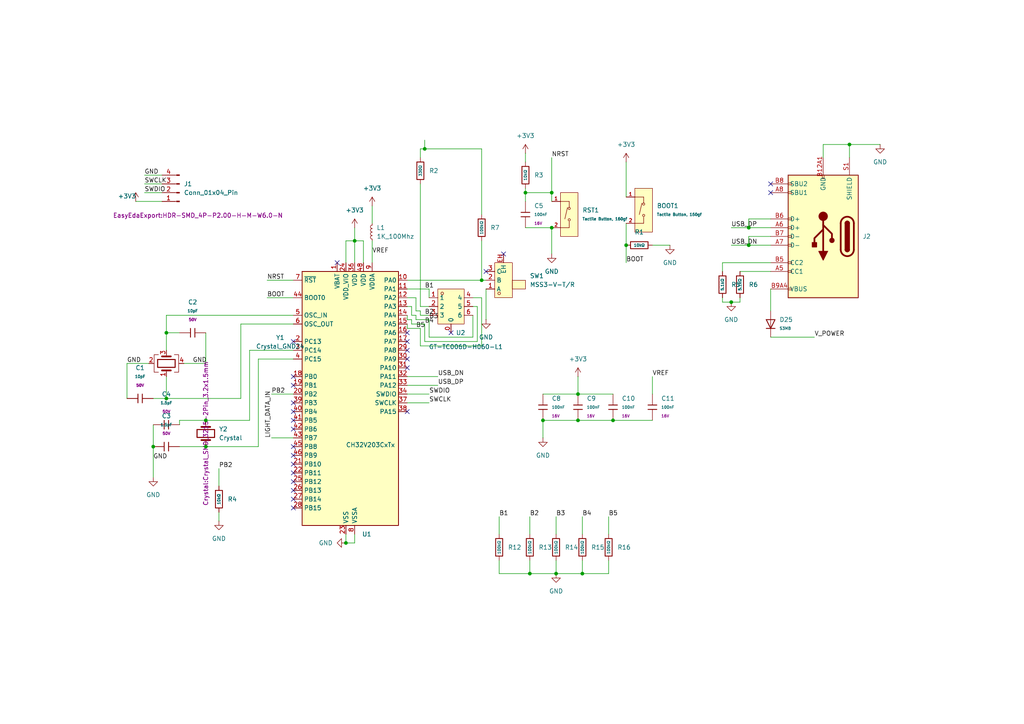
<source format=kicad_sch>
(kicad_sch
	(version 20250114)
	(generator "eeschema")
	(generator_version "9.0")
	(uuid "a6275404-53d1-4c49-9128-131a51db8de5")
	(paper "A4")
	
	(junction
		(at 181.61 71.12)
		(diameter 0)
		(color 0 0 0 0)
		(uuid "0b3a4a81-c8d2-4662-a5a4-e93f07fee972")
	)
	(junction
		(at 139.7 81.28)
		(diameter 0)
		(color 0 0 0 0)
		(uuid "0ce61e8e-04ed-4e9a-9c33-4bdc4ee1a1be")
	)
	(junction
		(at 246.38 41.91)
		(diameter 0)
		(color 0 0 0 0)
		(uuid "0d2d2589-6912-449e-81c1-3112270a013d")
	)
	(junction
		(at 152.4 55.88)
		(diameter 0)
		(color 0 0 0 0)
		(uuid "23384e7d-a36c-43a5-89b9-c8fd10eb1136")
	)
	(junction
		(at 177.8 121.92)
		(diameter 0)
		(color 0 0 0 0)
		(uuid "26fbca07-12f9-49c4-8a88-1b9b5a7e535d")
	)
	(junction
		(at 160.02 66.04)
		(diameter 0)
		(color 0 0 0 0)
		(uuid "2a6c5649-9366-40d4-8b0e-aeb93664c234")
	)
	(junction
		(at 212.09 87.63)
		(diameter 0)
		(color 0 0 0 0)
		(uuid "41fe5e16-b955-493d-b8c0-2316c714d6ce")
	)
	(junction
		(at 100.33 157.48)
		(diameter 0)
		(color 0 0 0 0)
		(uuid "50f29fff-a780-4e4e-81b1-5b27e328afad")
	)
	(junction
		(at 48.26 96.52)
		(diameter 0)
		(color 0 0 0 0)
		(uuid "5d81fb9d-c1ff-4064-bc85-b070ab8e77b7")
	)
	(junction
		(at 48.26 115.57)
		(diameter 0)
		(color 0 0 0 0)
		(uuid "5fa9da68-e485-4323-bbe8-33f312ea255c")
	)
	(junction
		(at 160.02 55.88)
		(diameter 0)
		(color 0 0 0 0)
		(uuid "6114b2d7-4232-430c-916d-885e8c1eb898")
	)
	(junction
		(at 167.64 114.3)
		(diameter 0)
		(color 0 0 0 0)
		(uuid "6263b53a-9c5d-4429-b8ff-878e2fa14740")
	)
	(junction
		(at 157.48 121.92)
		(diameter 0)
		(color 0 0 0 0)
		(uuid "72538abb-e643-408a-a253-2ddfa0412693")
	)
	(junction
		(at 153.67 166.37)
		(diameter 0)
		(color 0 0 0 0)
		(uuid "852b79b1-dd1c-4938-a4a0-c08b5589806f")
	)
	(junction
		(at 167.64 121.92)
		(diameter 0)
		(color 0 0 0 0)
		(uuid "935298ae-b233-48b8-acbd-3f22f49423ca")
	)
	(junction
		(at 161.29 166.37)
		(diameter 0)
		(color 0 0 0 0)
		(uuid "95fadb98-ca5f-4a2b-a97a-76538ab45609")
	)
	(junction
		(at 59.69 121.92)
		(diameter 0)
		(color 0 0 0 0)
		(uuid "a5f8bcaa-bce9-4c1d-abb6-5748b9f28fdd")
	)
	(junction
		(at 217.17 66.04)
		(diameter 0)
		(color 0 0 0 0)
		(uuid "aa343ce6-2d11-43ae-b18e-c8bc84ddc1bc")
	)
	(junction
		(at 102.87 69.85)
		(diameter 0)
		(color 0 0 0 0)
		(uuid "c1d0d0f1-cf79-4919-913c-c45471582f32")
	)
	(junction
		(at 168.91 166.37)
		(diameter 0)
		(color 0 0 0 0)
		(uuid "d24cfaab-83d3-49a9-bf52-4d31d2f16de1")
	)
	(junction
		(at 217.17 71.12)
		(diameter 0)
		(color 0 0 0 0)
		(uuid "d7cb84e0-1443-4f51-8894-a7b44739a629")
	)
	(junction
		(at 123.19 43.18)
		(diameter 0)
		(color 0 0 0 0)
		(uuid "eaaea709-ec05-4a87-9382-4379adf87e1c")
	)
	(junction
		(at 44.45 129.54)
		(diameter 0)
		(color 0 0 0 0)
		(uuid "f06f15d1-2f7d-4d1e-b892-75c98af3f403")
	)
	(junction
		(at 59.69 129.54)
		(diameter 0)
		(color 0 0 0 0)
		(uuid "fd0e0067-9c1c-45bd-a609-61f806e02e1c")
	)
	(no_connect
		(at 85.09 116.84)
		(uuid "0fd31734-5821-4c6b-8014-794f60c089f0")
	)
	(no_connect
		(at 146.05 73.66)
		(uuid "12a8b820-d37b-4cfd-9940-226dc6caa608")
	)
	(no_connect
		(at 118.11 101.6)
		(uuid "1323e93a-8c93-43ea-ae51-edae804dbd5d")
	)
	(no_connect
		(at 85.09 137.16)
		(uuid "24da6839-587b-4dca-b634-545546fc9b79")
	)
	(no_connect
		(at 85.09 139.7)
		(uuid "386e9cb3-b5fc-49fa-9de5-23521d012f42")
	)
	(no_connect
		(at 130.81 96.52)
		(uuid "446b08ab-c421-4c13-8ad1-ef0012c3eb17")
	)
	(no_connect
		(at 118.11 106.68)
		(uuid "4cc074bf-974a-4da3-a31e-c7e79d955c3a")
	)
	(no_connect
		(at 85.09 124.46)
		(uuid "79e9fef7-84ea-478e-b4fd-f5a4f167daf6")
	)
	(no_connect
		(at 85.09 121.92)
		(uuid "868f82a4-e447-44b2-8da7-eb86e4a7c382")
	)
	(no_connect
		(at 97.79 76.2)
		(uuid "88899239-7d70-495b-91e8-6ba7dabc6c85")
	)
	(no_connect
		(at 85.09 99.06)
		(uuid "8c283ddb-6c48-4ead-9099-ba8cfbbe445f")
	)
	(no_connect
		(at 223.52 53.34)
		(uuid "91d800d3-4a50-41f8-acb7-f59e83e36277")
	)
	(no_connect
		(at 140.97 78.74)
		(uuid "9347c94a-8693-4263-adc3-d2bbac6584c3")
	)
	(no_connect
		(at 85.09 132.08)
		(uuid "936a0b01-889f-4a1d-8628-43e519789540")
	)
	(no_connect
		(at 85.09 129.54)
		(uuid "945a605d-f180-4ad9-adba-aedb396939cd")
	)
	(no_connect
		(at 85.09 142.24)
		(uuid "aed7c134-84bf-4353-8396-67e0bf3168bf")
	)
	(no_connect
		(at 85.09 109.22)
		(uuid "b377d004-51ab-42b5-933c-cb000796606a")
	)
	(no_connect
		(at 85.09 134.62)
		(uuid "ba4b43f7-6872-4b73-8843-a3cb0bd5291f")
	)
	(no_connect
		(at 85.09 119.38)
		(uuid "bb3c92bc-8adc-4029-910b-ac53ba1b70e7")
	)
	(no_connect
		(at 85.09 147.32)
		(uuid "d3bf580b-de3f-4e38-ba7b-4243f852d5f2")
	)
	(no_connect
		(at 85.09 111.76)
		(uuid "d4770aac-ef65-4479-8ba9-43f4b7f3aeef")
	)
	(no_connect
		(at 223.52 55.88)
		(uuid "dbad271e-0196-4466-bebd-188363d29d3e")
	)
	(no_connect
		(at 118.11 99.06)
		(uuid "e5371dad-5446-40dc-8b2b-1190bdb4d93a")
	)
	(no_connect
		(at 118.11 96.52)
		(uuid "e70f5039-846c-4a30-b0a5-8be2f1b6efc0")
	)
	(no_connect
		(at 118.11 119.38)
		(uuid "ef5caf86-52f3-41ca-9c24-4ea35e916042")
	)
	(no_connect
		(at 118.11 104.14)
		(uuid "f9920e54-d991-444d-8c99-19da64089d04")
	)
	(no_connect
		(at 85.09 144.78)
		(uuid "fe43346e-f048-4213-9658-de174be83b48")
	)
	(wire
		(pts
			(xy 160.02 66.04) (xy 160.02 73.66)
		)
		(stroke
			(width 0)
			(type default)
		)
		(uuid "00717501-5027-4bc4-9f97-0423f9ae1332")
	)
	(wire
		(pts
			(xy 189.23 71.12) (xy 194.31 71.12)
		)
		(stroke
			(width 0)
			(type default)
		)
		(uuid "00a81096-7570-4011-8034-4ab965c19506")
	)
	(wire
		(pts
			(xy 223.52 63.5) (xy 217.17 63.5)
		)
		(stroke
			(width 0)
			(type default)
		)
		(uuid "01608c12-c812-4455-86cb-282c2c3c1cc7")
	)
	(wire
		(pts
			(xy 139.7 69.85) (xy 139.7 81.28)
		)
		(stroke
			(width 0)
			(type default)
		)
		(uuid "02975f37-55fd-4db2-8729-6d3667782d70")
	)
	(wire
		(pts
			(xy 120.65 86.36) (xy 120.65 90.17)
		)
		(stroke
			(width 0)
			(type default)
		)
		(uuid "02e9a70b-64d0-43da-835c-41fcc9bc900b")
	)
	(wire
		(pts
			(xy 74.93 129.54) (xy 59.69 129.54)
		)
		(stroke
			(width 0)
			(type default)
		)
		(uuid "04a7bc72-ff6d-4d2d-967c-3fd8184acaa3")
	)
	(wire
		(pts
			(xy 153.67 149.86) (xy 153.67 154.94)
		)
		(stroke
			(width 0)
			(type default)
		)
		(uuid "05001ce4-c277-4b1e-85cf-60c997aaf75d")
	)
	(wire
		(pts
			(xy 121.92 100.33) (xy 139.7 100.33)
		)
		(stroke
			(width 0)
			(type default)
		)
		(uuid "0557cfed-4d10-446a-8591-d8b6bb295d2f")
	)
	(wire
		(pts
			(xy 48.26 115.57) (xy 44.45 115.57)
		)
		(stroke
			(width 0)
			(type default)
		)
		(uuid "06d0ce71-3e26-465f-bac1-2e729a292c74")
	)
	(wire
		(pts
			(xy 209.55 87.63) (xy 209.55 86.36)
		)
		(stroke
			(width 0)
			(type default)
		)
		(uuid "0a944913-faa0-4cd0-a899-dcc461afdc06")
	)
	(wire
		(pts
			(xy 167.64 109.22) (xy 167.64 114.3)
		)
		(stroke
			(width 0)
			(type default)
		)
		(uuid "0bac4122-6e78-4bce-94ca-5f4bd7e1886f")
	)
	(wire
		(pts
			(xy 118.11 95.25) (xy 121.92 95.25)
		)
		(stroke
			(width 0)
			(type default)
		)
		(uuid "0c452225-f4d6-4f36-b345-27341aa44af1")
	)
	(wire
		(pts
			(xy 144.78 149.86) (xy 144.78 154.94)
		)
		(stroke
			(width 0)
			(type default)
		)
		(uuid "0d2e2544-58a9-4c6a-b202-21db3728c3a1")
	)
	(wire
		(pts
			(xy 138.43 99.06) (xy 138.43 88.9)
		)
		(stroke
			(width 0)
			(type default)
		)
		(uuid "146d2d7a-2cb2-49b7-bc29-eddaf40b334a")
	)
	(wire
		(pts
			(xy 118.11 92.71) (xy 119.38 92.71)
		)
		(stroke
			(width 0)
			(type default)
		)
		(uuid "159eb9fd-0ed6-467f-9dbf-aad57e9e9d39")
	)
	(wire
		(pts
			(xy 152.4 55.88) (xy 160.02 55.88)
		)
		(stroke
			(width 0)
			(type default)
		)
		(uuid "18874b1c-fb89-4249-aa09-655951e7fc06")
	)
	(wire
		(pts
			(xy 124.46 88.9) (xy 121.92 88.9)
		)
		(stroke
			(width 0)
			(type default)
		)
		(uuid "1939b65d-3bf7-4221-a4ee-78c633d4d16d")
	)
	(wire
		(pts
			(xy 168.91 162.56) (xy 168.91 166.37)
		)
		(stroke
			(width 0)
			(type default)
		)
		(uuid "19d79012-6407-4bea-9071-0b5b69444217")
	)
	(wire
		(pts
			(xy 139.7 86.36) (xy 137.16 86.36)
		)
		(stroke
			(width 0)
			(type default)
		)
		(uuid "1b02a9cc-d0e1-4c2f-902f-88bd6a79fda2")
	)
	(wire
		(pts
			(xy 118.11 116.84) (xy 124.46 116.84)
		)
		(stroke
			(width 0)
			(type default)
		)
		(uuid "1e131efe-cadc-48a6-a5ea-2bff6dfc010d")
	)
	(wire
		(pts
			(xy 181.61 46.99) (xy 181.61 57.15)
		)
		(stroke
			(width 0)
			(type default)
		)
		(uuid "1e7c0fde-6871-406f-8ee9-ba1e5e8064a7")
	)
	(wire
		(pts
			(xy 36.83 105.41) (xy 36.83 115.57)
		)
		(stroke
			(width 0)
			(type default)
		)
		(uuid "1f27d0d0-3fae-48f2-8c1f-7323978bbbda")
	)
	(wire
		(pts
			(xy 121.92 45.72) (xy 121.92 43.18)
		)
		(stroke
			(width 0)
			(type default)
		)
		(uuid "202fad56-9c88-4bd7-bf7c-353e07f1c9de")
	)
	(wire
		(pts
			(xy 124.46 92.71) (xy 124.46 97.79)
		)
		(stroke
			(width 0)
			(type default)
		)
		(uuid "21378d1e-1204-4fd3-a584-9ace89bc7805")
	)
	(wire
		(pts
			(xy 152.4 66.04) (xy 160.02 66.04)
		)
		(stroke
			(width 0)
			(type default)
		)
		(uuid "22b7a3a3-be4f-45ae-ae22-069a4b82ebd2")
	)
	(wire
		(pts
			(xy 120.65 90.17) (xy 121.92 90.17)
		)
		(stroke
			(width 0)
			(type default)
		)
		(uuid "256e8d9e-8de8-4135-9204-7d68ba96d882")
	)
	(wire
		(pts
			(xy 52.07 129.54) (xy 59.69 129.54)
		)
		(stroke
			(width 0)
			(type default)
		)
		(uuid "2787f67e-1011-4fc1-a48c-a2a0b8b1e8b2")
	)
	(wire
		(pts
			(xy 120.65 92.71) (xy 124.46 92.71)
		)
		(stroke
			(width 0)
			(type default)
		)
		(uuid "2add4627-ef69-4d78-838f-5676e9c5aa32")
	)
	(wire
		(pts
			(xy 152.4 54.61) (xy 152.4 55.88)
		)
		(stroke
			(width 0)
			(type default)
		)
		(uuid "2bc529b2-0121-48db-8683-5c31ee4573a9")
	)
	(wire
		(pts
			(xy 161.29 166.37) (xy 153.67 166.37)
		)
		(stroke
			(width 0)
			(type default)
		)
		(uuid "30bc2df9-22fb-405a-ade1-83a8bd0dceca")
	)
	(wire
		(pts
			(xy 72.39 121.92) (xy 59.69 121.92)
		)
		(stroke
			(width 0)
			(type default)
		)
		(uuid "3455c414-c43d-4a4c-aab9-f2e8206d26bc")
	)
	(wire
		(pts
			(xy 52.07 121.92) (xy 59.69 121.92)
		)
		(stroke
			(width 0)
			(type default)
		)
		(uuid "34a21754-3454-4e18-9332-151cdc452982")
	)
	(wire
		(pts
			(xy 100.33 76.2) (xy 100.33 69.85)
		)
		(stroke
			(width 0)
			(type default)
		)
		(uuid "39c1a2cb-c030-4924-b58a-f4043a021009")
	)
	(wire
		(pts
			(xy 168.91 149.86) (xy 168.91 154.94)
		)
		(stroke
			(width 0)
			(type default)
		)
		(uuid "3b61f10a-7224-4d53-a822-b795c3720c5a")
	)
	(wire
		(pts
			(xy 161.29 166.37) (xy 168.91 166.37)
		)
		(stroke
			(width 0)
			(type default)
		)
		(uuid "3c4767a4-1a38-4998-932a-a7aac573592b")
	)
	(wire
		(pts
			(xy 223.52 83.82) (xy 223.52 90.17)
		)
		(stroke
			(width 0)
			(type default)
		)
		(uuid "4069773b-d254-4c57-9839-294a5bbea861")
	)
	(wire
		(pts
			(xy 223.52 97.79) (xy 236.22 97.79)
		)
		(stroke
			(width 0)
			(type default)
		)
		(uuid "4173159b-af12-4a91-8816-37a9476715b4")
	)
	(wire
		(pts
			(xy 246.38 41.91) (xy 255.27 41.91)
		)
		(stroke
			(width 0)
			(type default)
		)
		(uuid "44822efc-ff68-42ed-8d5e-4f9a590e6db0")
	)
	(wire
		(pts
			(xy 69.85 115.57) (xy 69.85 93.98)
		)
		(stroke
			(width 0)
			(type default)
		)
		(uuid "44f394dc-2cc3-45bd-9f6c-e7381860d6eb")
	)
	(wire
		(pts
			(xy 107.95 59.69) (xy 107.95 64.77)
		)
		(stroke
			(width 0)
			(type default)
		)
		(uuid "4a1b1ddb-fdf5-44f7-a515-1698c6c5803c")
	)
	(wire
		(pts
			(xy 157.48 121.92) (xy 167.64 121.92)
		)
		(stroke
			(width 0)
			(type default)
		)
		(uuid "4a5c5745-5616-42b7-8fb2-6dadf7bc1300")
	)
	(wire
		(pts
			(xy 102.87 66.04) (xy 102.87 69.85)
		)
		(stroke
			(width 0)
			(type default)
		)
		(uuid "4af76103-cf3f-4693-a1d2-17aba8a8032a")
	)
	(wire
		(pts
			(xy 160.02 45.72) (xy 160.02 55.88)
		)
		(stroke
			(width 0)
			(type default)
		)
		(uuid "4b5a6e32-6241-40a0-899b-28097f5a2572")
	)
	(wire
		(pts
			(xy 176.53 166.37) (xy 176.53 162.56)
		)
		(stroke
			(width 0)
			(type default)
		)
		(uuid "4c9a021a-42a2-4e5f-b198-ace08f8a6c52")
	)
	(wire
		(pts
			(xy 100.33 157.48) (xy 100.33 154.94)
		)
		(stroke
			(width 0)
			(type default)
		)
		(uuid "4f762ea2-b344-4de6-acd6-bc35bd7a9d4a")
	)
	(wire
		(pts
			(xy 85.09 104.14) (xy 74.93 104.14)
		)
		(stroke
			(width 0)
			(type default)
		)
		(uuid "514d7972-e72d-4c48-bf54-03e8fd4d54d9")
	)
	(wire
		(pts
			(xy 223.52 76.2) (xy 209.55 76.2)
		)
		(stroke
			(width 0)
			(type default)
		)
		(uuid "52d85c5b-e638-45da-8f0c-5afe088fa06b")
	)
	(wire
		(pts
			(xy 52.07 123.19) (xy 52.07 121.92)
		)
		(stroke
			(width 0)
			(type default)
		)
		(uuid "539bc426-14d1-4df7-aafe-1890432cea41")
	)
	(wire
		(pts
			(xy 119.38 92.71) (xy 119.38 93.98)
		)
		(stroke
			(width 0)
			(type default)
		)
		(uuid "547d4401-d1d3-4755-a021-3446dc8e56fe")
	)
	(wire
		(pts
			(xy 77.47 86.36) (xy 85.09 86.36)
		)
		(stroke
			(width 0)
			(type default)
		)
		(uuid "58be6937-18ac-4e7e-8316-0d7aaf5891bd")
	)
	(wire
		(pts
			(xy 63.5 135.89) (xy 63.5 140.97)
		)
		(stroke
			(width 0)
			(type default)
		)
		(uuid "5d5c5a32-0599-44eb-937d-06847a91b545")
	)
	(wire
		(pts
			(xy 48.26 96.52) (xy 52.07 96.52)
		)
		(stroke
			(width 0)
			(type default)
		)
		(uuid "617214b8-de12-4a11-95c7-063617d61e50")
	)
	(wire
		(pts
			(xy 181.61 71.12) (xy 181.61 76.2)
		)
		(stroke
			(width 0)
			(type default)
		)
		(uuid "62d945e8-90b4-4024-bb02-cf7bf7587148")
	)
	(wire
		(pts
			(xy 139.7 81.28) (xy 140.97 81.28)
		)
		(stroke
			(width 0)
			(type default)
		)
		(uuid "63bf9c7b-38aa-4798-bdae-a8ea62267698")
	)
	(wire
		(pts
			(xy 214.63 86.36) (xy 214.63 87.63)
		)
		(stroke
			(width 0)
			(type default)
		)
		(uuid "6458bc69-bf47-41f5-a1ee-4545a1b1eb0b")
	)
	(wire
		(pts
			(xy 160.02 55.88) (xy 160.02 58.42)
		)
		(stroke
			(width 0)
			(type default)
		)
		(uuid "65aa7450-9e7f-4819-b5e8-743885761070")
	)
	(wire
		(pts
			(xy 217.17 71.12) (xy 223.52 71.12)
		)
		(stroke
			(width 0)
			(type default)
		)
		(uuid "66615a82-241b-4bd0-90f7-b07f02ab621c")
	)
	(wire
		(pts
			(xy 212.09 66.04) (xy 217.17 66.04)
		)
		(stroke
			(width 0)
			(type default)
		)
		(uuid "6910edd3-0892-4c9c-b5c7-dbc4a93db6c0")
	)
	(wire
		(pts
			(xy 123.19 40.64) (xy 123.19 43.18)
		)
		(stroke
			(width 0)
			(type default)
		)
		(uuid "6cb17e3b-1bf8-4cd4-990a-c8bbb68d2eb1")
	)
	(wire
		(pts
			(xy 48.26 101.6) (xy 48.26 96.52)
		)
		(stroke
			(width 0)
			(type default)
		)
		(uuid "6d4cd01c-0eeb-4a99-82ac-5c826f429f5b")
	)
	(wire
		(pts
			(xy 161.29 149.86) (xy 161.29 154.94)
		)
		(stroke
			(width 0)
			(type default)
		)
		(uuid "6f52791b-2e0c-4210-ab46-31d7e0581b9b")
	)
	(wire
		(pts
			(xy 105.41 69.85) (xy 105.41 76.2)
		)
		(stroke
			(width 0)
			(type default)
		)
		(uuid "76146ff8-e243-4bd4-8cbc-8713eabdaa30")
	)
	(wire
		(pts
			(xy 102.87 154.94) (xy 102.87 157.48)
		)
		(stroke
			(width 0)
			(type default)
		)
		(uuid "79cfa788-0e97-4a1c-aed9-2caa7bef9d7c")
	)
	(wire
		(pts
			(xy 69.85 93.98) (xy 85.09 93.98)
		)
		(stroke
			(width 0)
			(type default)
		)
		(uuid "7b4dcaab-9ea8-4234-9ca7-902d996be004")
	)
	(wire
		(pts
			(xy 63.5 148.59) (xy 63.5 151.13)
		)
		(stroke
			(width 0)
			(type default)
		)
		(uuid "7f8718d5-fc9a-4d81-934b-d27d526695b5")
	)
	(wire
		(pts
			(xy 59.69 105.41) (xy 59.69 96.52)
		)
		(stroke
			(width 0)
			(type default)
		)
		(uuid "809f27ef-823f-4d31-8c12-6a77e31db8f3")
	)
	(wire
		(pts
			(xy 157.48 114.3) (xy 167.64 114.3)
		)
		(stroke
			(width 0)
			(type default)
		)
		(uuid "82581c94-6943-4b18-a69d-3d95d34d1116")
	)
	(wire
		(pts
			(xy 48.26 91.44) (xy 48.26 96.52)
		)
		(stroke
			(width 0)
			(type default)
		)
		(uuid "8440c1a4-b1a1-4ca3-adc1-f3128f4532c1")
	)
	(wire
		(pts
			(xy 123.19 93.98) (xy 123.19 99.06)
		)
		(stroke
			(width 0)
			(type default)
		)
		(uuid "852c1164-2807-4eac-b5b3-0402c79744ba")
	)
	(wire
		(pts
			(xy 181.61 64.77) (xy 181.61 71.12)
		)
		(stroke
			(width 0)
			(type default)
		)
		(uuid "886285a7-a276-4fbd-ab1c-b9af252a197e")
	)
	(wire
		(pts
			(xy 140.97 83.82) (xy 140.97 92.71)
		)
		(stroke
			(width 0)
			(type default)
		)
		(uuid "8f7f2257-836e-4933-b8e4-07c245cb792f")
	)
	(wire
		(pts
			(xy 138.43 88.9) (xy 137.16 88.9)
		)
		(stroke
			(width 0)
			(type default)
		)
		(uuid "8fe3e61f-582f-4289-957e-159bd4a91bd6")
	)
	(wire
		(pts
			(xy 118.11 86.36) (xy 120.65 86.36)
		)
		(stroke
			(width 0)
			(type default)
		)
		(uuid "9a1e4f66-0a4b-4457-a508-5f4298c53469")
	)
	(wire
		(pts
			(xy 48.26 91.44) (xy 85.09 91.44)
		)
		(stroke
			(width 0)
			(type default)
		)
		(uuid "9b6e0834-eeab-471f-8894-89062bb22fdd")
	)
	(wire
		(pts
			(xy 121.92 91.44) (xy 124.46 91.44)
		)
		(stroke
			(width 0)
			(type default)
		)
		(uuid "9b88099f-1788-4f64-9bc3-4424137cdc07")
	)
	(wire
		(pts
			(xy 118.11 91.44) (xy 118.11 92.71)
		)
		(stroke
			(width 0)
			(type default)
		)
		(uuid "9bb68b62-3d5f-4f8c-b00a-979427e2a36d")
	)
	(wire
		(pts
			(xy 118.11 111.76) (xy 127 111.76)
		)
		(stroke
			(width 0)
			(type default)
		)
		(uuid "9bf742ee-f817-4a90-82fb-10bf9c2c9b52")
	)
	(wire
		(pts
			(xy 69.85 115.57) (xy 48.26 115.57)
		)
		(stroke
			(width 0)
			(type default)
		)
		(uuid "9d8ba5fe-4395-4ec2-9cf8-cdfa1e11c2ad")
	)
	(wire
		(pts
			(xy 39.37 58.42) (xy 46.99 58.42)
		)
		(stroke
			(width 0)
			(type default)
		)
		(uuid "a037f417-3e38-42bc-84d8-71915189d0d1")
	)
	(wire
		(pts
			(xy 124.46 97.79) (xy 137.16 97.79)
		)
		(stroke
			(width 0)
			(type default)
		)
		(uuid "a09acac7-3082-4038-8613-1a8ea5cbbabc")
	)
	(wire
		(pts
			(xy 189.23 109.22) (xy 189.23 114.3)
		)
		(stroke
			(width 0)
			(type default)
		)
		(uuid "a290513f-d884-4b29-bf4b-ad0cc7747790")
	)
	(wire
		(pts
			(xy 102.87 76.2) (xy 102.87 69.85)
		)
		(stroke
			(width 0)
			(type default)
		)
		(uuid "a3d7cbcd-31e0-4b50-9510-a1562016497e")
	)
	(wire
		(pts
			(xy 74.93 104.14) (xy 74.93 129.54)
		)
		(stroke
			(width 0)
			(type default)
		)
		(uuid "a4826038-43dd-4571-a41a-ffd5ef407453")
	)
	(wire
		(pts
			(xy 144.78 162.56) (xy 144.78 166.37)
		)
		(stroke
			(width 0)
			(type default)
		)
		(uuid "a57c3795-1ff4-448f-9bfa-1860f555aeff")
	)
	(wire
		(pts
			(xy 246.38 41.91) (xy 246.38 45.72)
		)
		(stroke
			(width 0)
			(type default)
		)
		(uuid "a5b6af28-af55-4448-bcfd-7cfe3f786f0f")
	)
	(wire
		(pts
			(xy 168.91 166.37) (xy 176.53 166.37)
		)
		(stroke
			(width 0)
			(type default)
		)
		(uuid "a5fc22e0-1eca-46c7-b513-c9ceb8b1f3d0")
	)
	(wire
		(pts
			(xy 139.7 62.23) (xy 139.7 43.18)
		)
		(stroke
			(width 0)
			(type default)
		)
		(uuid "a6384415-ef69-40c1-ae75-3847272446fc")
	)
	(wire
		(pts
			(xy 121.92 88.9) (xy 121.92 53.34)
		)
		(stroke
			(width 0)
			(type default)
		)
		(uuid "a6cdb834-1937-4374-b417-def98cf06883")
	)
	(wire
		(pts
			(xy 212.09 87.63) (xy 209.55 87.63)
		)
		(stroke
			(width 0)
			(type default)
		)
		(uuid "a6f46a92-21f9-4b4e-ba6c-8ce42b37faac")
	)
	(wire
		(pts
			(xy 217.17 66.04) (xy 223.52 66.04)
		)
		(stroke
			(width 0)
			(type default)
		)
		(uuid "a70dd7c9-825b-4837-a9cc-1721300b1aeb")
	)
	(wire
		(pts
			(xy 209.55 76.2) (xy 209.55 78.74)
		)
		(stroke
			(width 0)
			(type default)
		)
		(uuid "a767af7c-3d15-4e5e-93be-3fb9661aa521")
	)
	(wire
		(pts
			(xy 43.18 105.41) (xy 36.83 105.41)
		)
		(stroke
			(width 0)
			(type default)
		)
		(uuid "a7ba7df1-6ccf-4a49-a4cb-9f0d4e5de48b")
	)
	(wire
		(pts
			(xy 153.67 162.56) (xy 153.67 166.37)
		)
		(stroke
			(width 0)
			(type default)
		)
		(uuid "a7c267ee-2841-49be-86b1-2625771edf7d")
	)
	(wire
		(pts
			(xy 100.33 69.85) (xy 102.87 69.85)
		)
		(stroke
			(width 0)
			(type default)
		)
		(uuid "a980139e-03fe-4fa9-84ed-c906f1fb0b5b")
	)
	(wire
		(pts
			(xy 123.19 99.06) (xy 138.43 99.06)
		)
		(stroke
			(width 0)
			(type default)
		)
		(uuid "aaa85fc9-7e56-4031-a389-39953c7de794")
	)
	(wire
		(pts
			(xy 41.91 53.34) (xy 46.99 53.34)
		)
		(stroke
			(width 0)
			(type default)
		)
		(uuid "aac08248-3a72-4e3f-bc41-2e56fc2ff69d")
	)
	(wire
		(pts
			(xy 167.64 121.92) (xy 177.8 121.92)
		)
		(stroke
			(width 0)
			(type default)
		)
		(uuid "ad1b1f7f-390d-4a51-93fb-bfdf4256aacd")
	)
	(wire
		(pts
			(xy 123.19 43.18) (xy 139.7 43.18)
		)
		(stroke
			(width 0)
			(type default)
		)
		(uuid "af743872-9bb9-41eb-8c88-3febd237ea19")
	)
	(wire
		(pts
			(xy 44.45 129.54) (xy 44.45 138.43)
		)
		(stroke
			(width 0)
			(type default)
		)
		(uuid "b256e0f7-def4-4ea6-994d-e97b8d42906c")
	)
	(wire
		(pts
			(xy 118.11 93.98) (xy 118.11 95.25)
		)
		(stroke
			(width 0)
			(type default)
		)
		(uuid "b885ab2c-efe4-4df4-b5c7-20330d23f87f")
	)
	(wire
		(pts
			(xy 85.09 101.6) (xy 72.39 101.6)
		)
		(stroke
			(width 0)
			(type default)
		)
		(uuid "bb6af9f2-0b62-4d7b-a5a4-c863856e10e6")
	)
	(wire
		(pts
			(xy 72.39 101.6) (xy 72.39 121.92)
		)
		(stroke
			(width 0)
			(type default)
		)
		(uuid "bbd5c9fa-2579-465d-93bf-c26614b24272")
	)
	(wire
		(pts
			(xy 78.74 114.3) (xy 85.09 114.3)
		)
		(stroke
			(width 0)
			(type default)
		)
		(uuid "bc0fea12-c265-4f36-b524-4b5bf8c0cdaa")
	)
	(wire
		(pts
			(xy 119.38 88.9) (xy 119.38 91.44)
		)
		(stroke
			(width 0)
			(type default)
		)
		(uuid "bd039b99-7fdc-42d0-b731-fe4d96bdb916")
	)
	(wire
		(pts
			(xy 152.4 44.45) (xy 152.4 46.99)
		)
		(stroke
			(width 0)
			(type default)
		)
		(uuid "c1e861ac-4b6f-4402-a9a3-de74994a2ff5")
	)
	(wire
		(pts
			(xy 214.63 78.74) (xy 223.52 78.74)
		)
		(stroke
			(width 0)
			(type default)
		)
		(uuid "c2a9f1ca-4c85-4625-9697-a90f774b1fd3")
	)
	(wire
		(pts
			(xy 118.11 88.9) (xy 119.38 88.9)
		)
		(stroke
			(width 0)
			(type default)
		)
		(uuid "c3d0ce08-7351-4d7e-ac06-f788b3785afc")
	)
	(wire
		(pts
			(xy 107.95 69.85) (xy 107.95 76.2)
		)
		(stroke
			(width 0)
			(type default)
		)
		(uuid "c464aa57-3d53-46a1-aef6-ef5fa6bd0554")
	)
	(wire
		(pts
			(xy 119.38 91.44) (xy 120.65 91.44)
		)
		(stroke
			(width 0)
			(type default)
		)
		(uuid "c49a835c-c7b3-4e9f-aced-1ab18bda4f99")
	)
	(wire
		(pts
			(xy 41.91 50.8) (xy 46.99 50.8)
		)
		(stroke
			(width 0)
			(type default)
		)
		(uuid "c5d6c549-47a2-49ec-bf3e-b48fba64c146")
	)
	(wire
		(pts
			(xy 157.48 121.92) (xy 157.48 127)
		)
		(stroke
			(width 0)
			(type default)
		)
		(uuid "c7a00e68-65cf-4cc8-ab80-d05e04bf5dff")
	)
	(wire
		(pts
			(xy 176.53 149.86) (xy 176.53 154.94)
		)
		(stroke
			(width 0)
			(type default)
		)
		(uuid "ca9e8570-b426-45ca-969e-361e249e7f8d")
	)
	(wire
		(pts
			(xy 44.45 123.19) (xy 44.45 129.54)
		)
		(stroke
			(width 0)
			(type default)
		)
		(uuid "ccafe19a-61f3-40df-92f4-c8ca5030d1d0")
	)
	(wire
		(pts
			(xy 119.38 93.98) (xy 123.19 93.98)
		)
		(stroke
			(width 0)
			(type default)
		)
		(uuid "cf5a7ed9-b678-4ac9-95b9-58d5cb6d3013")
	)
	(wire
		(pts
			(xy 118.11 83.82) (xy 124.46 83.82)
		)
		(stroke
			(width 0)
			(type default)
		)
		(uuid "d0485dbc-93de-47f2-9703-81f6f13f660e")
	)
	(wire
		(pts
			(xy 118.11 81.28) (xy 139.7 81.28)
		)
		(stroke
			(width 0)
			(type default)
		)
		(uuid "d08abb59-8143-423b-8ce7-2f228dae32cd")
	)
	(wire
		(pts
			(xy 177.8 121.92) (xy 189.23 121.92)
		)
		(stroke
			(width 0)
			(type default)
		)
		(uuid "d1989217-8b8a-4267-8ccf-1b542c4aa302")
	)
	(wire
		(pts
			(xy 238.76 45.72) (xy 238.76 41.91)
		)
		(stroke
			(width 0)
			(type default)
		)
		(uuid "d5d16d5d-2c1c-4d62-80d5-9b53e58eecfc")
	)
	(wire
		(pts
			(xy 48.26 109.22) (xy 48.26 115.57)
		)
		(stroke
			(width 0)
			(type default)
		)
		(uuid "d5e32007-bf6e-47b7-a996-017f123f96d4")
	)
	(wire
		(pts
			(xy 161.29 162.56) (xy 161.29 166.37)
		)
		(stroke
			(width 0)
			(type default)
		)
		(uuid "d759c275-c052-4090-8464-ee48ac4c8454")
	)
	(wire
		(pts
			(xy 214.63 87.63) (xy 212.09 87.63)
		)
		(stroke
			(width 0)
			(type default)
		)
		(uuid "de04b14f-409a-492d-9fc7-7d5f57fbcb6c")
	)
	(wire
		(pts
			(xy 137.16 97.79) (xy 137.16 91.44)
		)
		(stroke
			(width 0)
			(type default)
		)
		(uuid "de8c8880-b347-4abf-b940-891b0e29eb16")
	)
	(wire
		(pts
			(xy 212.09 71.12) (xy 217.17 71.12)
		)
		(stroke
			(width 0)
			(type default)
		)
		(uuid "e0284f4c-48a6-40a7-97f7-2f93149b9152")
	)
	(wire
		(pts
			(xy 121.92 95.25) (xy 121.92 100.33)
		)
		(stroke
			(width 0)
			(type default)
		)
		(uuid "e074f162-afd8-4b6e-90bc-e4e48d8499d8")
	)
	(wire
		(pts
			(xy 167.64 114.3) (xy 177.8 114.3)
		)
		(stroke
			(width 0)
			(type default)
		)
		(uuid "e21ee5cc-8191-4cd7-994b-fc14e7473516")
	)
	(wire
		(pts
			(xy 53.34 105.41) (xy 59.69 105.41)
		)
		(stroke
			(width 0)
			(type default)
		)
		(uuid "e82f05df-62b2-49a1-9bf9-8443a808758f")
	)
	(wire
		(pts
			(xy 153.67 166.37) (xy 144.78 166.37)
		)
		(stroke
			(width 0)
			(type default)
		)
		(uuid "ea79623a-fb0e-4948-93ed-f0fb1ebc506b")
	)
	(wire
		(pts
			(xy 102.87 69.85) (xy 105.41 69.85)
		)
		(stroke
			(width 0)
			(type default)
		)
		(uuid "eac65e0d-3e75-41b0-afc1-1ec8dd54fda0")
	)
	(wire
		(pts
			(xy 78.74 127) (xy 85.09 127)
		)
		(stroke
			(width 0)
			(type default)
		)
		(uuid "f13e459b-9320-45f5-83d0-4d12081c51bc")
	)
	(wire
		(pts
			(xy 152.4 55.88) (xy 152.4 58.42)
		)
		(stroke
			(width 0)
			(type default)
		)
		(uuid "f2215acb-7519-4fa3-8b9a-0c069c10cf09")
	)
	(wire
		(pts
			(xy 102.87 157.48) (xy 100.33 157.48)
		)
		(stroke
			(width 0)
			(type default)
		)
		(uuid "f3a3ed6e-7e5c-47ad-9e9c-9e5698b96cc2")
	)
	(wire
		(pts
			(xy 77.47 81.28) (xy 85.09 81.28)
		)
		(stroke
			(width 0)
			(type default)
		)
		(uuid "f3c76f54-9305-48e3-827a-eb2551735c1b")
	)
	(wire
		(pts
			(xy 120.65 91.44) (xy 120.65 92.71)
		)
		(stroke
			(width 0)
			(type default)
		)
		(uuid "f48a32c4-91e7-46c0-a4df-efdb3a908a72")
	)
	(wire
		(pts
			(xy 139.7 100.33) (xy 139.7 86.36)
		)
		(stroke
			(width 0)
			(type default)
		)
		(uuid "f4d04fb0-504e-47f2-9264-ff2c4f5142bb")
	)
	(wire
		(pts
			(xy 217.17 63.5) (xy 217.17 66.04)
		)
		(stroke
			(width 0)
			(type default)
		)
		(uuid "f512aa91-16cd-41f6-afa7-d6844aa9f53d")
	)
	(wire
		(pts
			(xy 118.11 114.3) (xy 124.46 114.3)
		)
		(stroke
			(width 0)
			(type default)
		)
		(uuid "f766b02c-a78f-4234-be15-79771cd90471")
	)
	(wire
		(pts
			(xy 121.92 90.17) (xy 121.92 91.44)
		)
		(stroke
			(width 0)
			(type default)
		)
		(uuid "f8138380-db4e-48f8-8cba-2f49392a85a5")
	)
	(wire
		(pts
			(xy 118.11 109.22) (xy 127 109.22)
		)
		(stroke
			(width 0)
			(type default)
		)
		(uuid "f84497e4-01f6-4969-b3e7-d11ca044d11f")
	)
	(wire
		(pts
			(xy 41.91 55.88) (xy 46.99 55.88)
		)
		(stroke
			(width 0)
			(type default)
		)
		(uuid "f9408f18-d58c-4c7e-95e1-d169c2f6ff7b")
	)
	(wire
		(pts
			(xy 238.76 41.91) (xy 246.38 41.91)
		)
		(stroke
			(width 0)
			(type default)
		)
		(uuid "f98cb6dc-5e01-4146-a8ac-f12f2c5e9218")
	)
	(wire
		(pts
			(xy 121.92 43.18) (xy 123.19 43.18)
		)
		(stroke
			(width 0)
			(type default)
		)
		(uuid "fc7c71bb-20be-4746-a2ef-eda05142a82f")
	)
	(wire
		(pts
			(xy 217.17 68.58) (xy 217.17 71.12)
		)
		(stroke
			(width 0)
			(type default)
		)
		(uuid "fccbdbc6-6d86-44c7-af41-976a9163252a")
	)
	(wire
		(pts
			(xy 124.46 83.82) (xy 124.46 86.36)
		)
		(stroke
			(width 0)
			(type default)
		)
		(uuid "fd9e8af9-646c-4627-a3d3-d6b3f4f4a37e")
	)
	(wire
		(pts
			(xy 223.52 68.58) (xy 217.17 68.58)
		)
		(stroke
			(width 0)
			(type default)
		)
		(uuid "fdfa4aab-2bd3-453c-9520-a2a95ae504ae")
	)
	(label "BOOT"
		(at 181.61 76.2 0)
		(effects
			(font
				(size 1.27 1.27)
			)
			(justify left bottom)
		)
		(uuid "01f50433-448f-4194-9a85-762ae260b247")
	)
	(label "GND"
		(at 55.88 105.41 0)
		(effects
			(font
				(size 1.27 1.27)
			)
			(justify left bottom)
		)
		(uuid "069a95c8-663b-4c2b-a2de-fb0a8825c92a")
	)
	(label "B3"
		(at 124.46 92.71 0)
		(effects
			(font
				(size 1.27 1.27)
			)
			(justify left bottom)
		)
		(uuid "13d7344b-1378-4902-a57d-70fa64c91311")
	)
	(label "NRST"
		(at 77.47 81.28 0)
		(effects
			(font
				(size 1.27 1.27)
			)
			(justify left bottom)
		)
		(uuid "1cd47147-78c6-4a63-b044-ec499ab0cf1a")
	)
	(label "VREF"
		(at 107.95 73.66 0)
		(effects
			(font
				(size 1.27 1.27)
			)
			(justify left bottom)
		)
		(uuid "2003a0c1-ee45-4e50-88f8-ff467134fb2b")
	)
	(label "USB_DN"
		(at 212.09 71.12 0)
		(effects
			(font
				(size 1.27 1.27)
			)
			(justify left bottom)
		)
		(uuid "238f66a1-fe6c-4562-aaa0-817a208ce72b")
	)
	(label "PB2"
		(at 78.74 114.3 0)
		(effects
			(font
				(size 1.27 1.27)
			)
			(justify left bottom)
		)
		(uuid "33d92790-4580-4faf-bd5a-7621ef7a6705")
	)
	(label "B5"
		(at 176.53 149.86 0)
		(effects
			(font
				(size 1.27 1.27)
			)
			(justify left bottom)
		)
		(uuid "40444194-3cc0-44eb-8695-a2bb6e98e145")
	)
	(label "USB_DP"
		(at 212.09 66.04 0)
		(effects
			(font
				(size 1.27 1.27)
			)
			(justify left bottom)
		)
		(uuid "41f191aa-e4f8-4242-9a29-4aab3c1dc2dd")
	)
	(label "B1"
		(at 144.78 149.86 0)
		(effects
			(font
				(size 1.27 1.27)
			)
			(justify left bottom)
		)
		(uuid "4d9c8d2d-3be9-4d2a-b009-fc3ee670a365")
	)
	(label "LIGHT_DATA_IN"
		(at 78.74 127 90)
		(effects
			(font
				(size 1.27 1.27)
			)
			(justify left bottom)
		)
		(uuid "583a961d-6bc5-4f06-bc77-42fd0f743501")
	)
	(label "SWCLK"
		(at 124.46 116.84 0)
		(effects
			(font
				(size 1.27 1.27)
			)
			(justify left bottom)
		)
		(uuid "5b70b492-8e72-4092-a87f-58da3d162ab1")
	)
	(label "B3"
		(at 161.29 149.86 0)
		(effects
			(font
				(size 1.27 1.27)
			)
			(justify left bottom)
		)
		(uuid "5b7f35b8-cd91-4c4f-b74c-a64a3ef75b92")
	)
	(label "B5"
		(at 120.65 95.25 0)
		(effects
			(font
				(size 1.27 1.27)
			)
			(justify left bottom)
		)
		(uuid "5cf0ec00-5866-497c-804a-7ad40479965a")
	)
	(label "PB2"
		(at 63.5 135.89 0)
		(effects
			(font
				(size 1.27 1.27)
			)
			(justify left bottom)
		)
		(uuid "5d9bea77-4387-472c-9a2b-0d93bad19b31")
	)
	(label "B2"
		(at 153.67 149.86 0)
		(effects
			(font
				(size 1.27 1.27)
			)
			(justify left bottom)
		)
		(uuid "64d6e64a-21a4-4501-812d-d79cd9db83de")
	)
	(label "B4"
		(at 168.91 149.86 0)
		(effects
			(font
				(size 1.27 1.27)
			)
			(justify left bottom)
		)
		(uuid "66ee72a9-31b8-4eef-b770-3116a52142bb")
	)
	(label "USB_DN"
		(at 127 109.22 0)
		(effects
			(font
				(size 1.27 1.27)
			)
			(justify left bottom)
		)
		(uuid "68286044-397a-4e04-8238-5aef6d1a8e9f")
	)
	(label "BOOT"
		(at 77.47 86.36 0)
		(effects
			(font
				(size 1.27 1.27)
			)
			(justify left bottom)
		)
		(uuid "694b599a-f6cd-479c-a4c9-33c7a0fa0ad7")
	)
	(label "GND"
		(at 41.91 50.8 0)
		(effects
			(font
				(size 1.27 1.27)
			)
			(justify left bottom)
		)
		(uuid "71375916-f80a-489b-b461-a6f0e90b07b1")
	)
	(label "B2"
		(at 123.19 91.44 0)
		(effects
			(font
				(size 1.27 1.27)
			)
			(justify left bottom)
		)
		(uuid "74a199cc-71df-40da-8940-94bc1d958cef")
	)
	(label "USB_DP"
		(at 127 111.76 0)
		(effects
			(font
				(size 1.27 1.27)
			)
			(justify left bottom)
		)
		(uuid "78930685-7eec-4071-8e5b-44ca427eae3a")
	)
	(label "SWDIO"
		(at 124.46 114.3 0)
		(effects
			(font
				(size 1.27 1.27)
			)
			(justify left bottom)
		)
		(uuid "86aed064-e468-4962-b4ef-463a2c885b64")
	)
	(label "B4"
		(at 123.19 93.98 0)
		(effects
			(font
				(size 1.27 1.27)
			)
			(justify left bottom)
		)
		(uuid "9c4adaa3-ca49-4706-92d1-152ccfa2ed03")
	)
	(label "VREF"
		(at 189.23 109.22 0)
		(effects
			(font
				(size 1.27 1.27)
			)
			(justify left bottom)
		)
		(uuid "a6c100c5-e4d3-4cc2-b402-79c3fbbc455e")
	)
	(label "SWDIO"
		(at 41.91 55.88 0)
		(effects
			(font
				(size 1.27 1.27)
			)
			(justify left bottom)
		)
		(uuid "aed411b6-570c-459c-822a-9bbf3ba1b3dc")
	)
	(label "GND"
		(at 36.83 105.41 0)
		(effects
			(font
				(size 1.27 1.27)
			)
			(justify left bottom)
		)
		(uuid "c1a62b3b-65a2-45af-ac8e-3bafd4903d22")
	)
	(label "V_POWER"
		(at 236.22 97.79 0)
		(effects
			(font
				(size 1.27 1.27)
			)
			(justify left bottom)
		)
		(uuid "c213c802-ce37-40dd-96df-7d10c71ec5b8")
	)
	(label "GND"
		(at 44.45 133.35 0)
		(effects
			(font
				(size 1.27 1.27)
			)
			(justify left bottom)
		)
		(uuid "c2f3b7e4-7010-4496-bc36-363ba8be6cd9")
	)
	(label "NRST"
		(at 160.02 45.72 0)
		(effects
			(font
				(size 1.27 1.27)
			)
			(justify left bottom)
		)
		(uuid "c5d777ea-a2c8-4b5f-a8e5-82c97408dbcb")
	)
	(label "SWCLK"
		(at 41.91 53.34 0)
		(effects
			(font
				(size 1.27 1.27)
			)
			(justify left bottom)
		)
		(uuid "dc7e4929-8ce5-487e-bf3f-143afd649b32")
	)
	(label "B1"
		(at 123.19 83.82 0)
		(effects
			(font
				(size 1.27 1.27)
			)
			(justify left bottom)
		)
		(uuid "f53e2cf0-f1bd-4b28-bc9a-a5f16d243a8e")
	)
	(symbol
		(lib_id "PCM_JLCPCB-Capacitors:0402,10pF")
		(at 40.64 115.57 90)
		(unit 1)
		(exclude_from_sim no)
		(in_bom yes)
		(on_board yes)
		(dnp no)
		(fields_autoplaced yes)
		(uuid "036801b6-23f6-43de-8387-99fd436166f7")
		(property "Reference" "C1"
			(at 40.64 106.68 90)
			(effects
				(font
					(size 1.27 1.27)
				)
			)
		)
		(property "Value" "10pF"
			(at 40.64 109.22 90)
			(effects
				(font
					(size 0.8 0.8)
				)
			)
		)
		(property "Footprint" "PCM_JLCPCB:C_0402"
			(at 40.64 117.348 90)
			(effects
				(font
					(size 1.27 1.27)
				)
				(hide yes)
			)
		)
		(property "Datasheet" "https://www.lcsc.com/datasheet/lcsc_datasheet_2304140030_Samsung-Electro-Mechanics-CL05C100JB5NNNC_C32949.pdf"
			(at 40.64 115.57 0)
			(effects
				(font
					(size 1.27 1.27)
				)
				(hide yes)
			)
		)
		(property "Description" "50V 10pF C0G ±5% 0402 Multilayer Ceramic Capacitors MLCC - SMD/SMT ROHS"
			(at 40.64 115.57 0)
			(effects
				(font
					(size 1.27 1.27)
				)
				(hide yes)
			)
		)
		(property "LCSC" "C32949"
			(at 40.64 115.57 0)
			(effects
				(font
					(size 1.27 1.27)
				)
				(hide yes)
			)
		)
		(property "Stock" "564575"
			(at 40.64 115.57 0)
			(effects
				(font
					(size 1.27 1.27)
				)
				(hide yes)
			)
		)
		(property "Price" "0.007USD"
			(at 40.64 115.57 0)
			(effects
				(font
					(size 1.27 1.27)
				)
				(hide yes)
			)
		)
		(property "Process" "SMT"
			(at 40.64 115.57 0)
			(effects
				(font
					(size 1.27 1.27)
				)
				(hide yes)
			)
		)
		(property "Minimum Qty" "20"
			(at 40.64 115.57 0)
			(effects
				(font
					(size 1.27 1.27)
				)
				(hide yes)
			)
		)
		(property "Attrition Qty" "10"
			(at 40.64 115.57 0)
			(effects
				(font
					(size 1.27 1.27)
				)
				(hide yes)
			)
		)
		(property "Class" "Basic Component"
			(at 40.64 115.57 0)
			(effects
				(font
					(size 1.27 1.27)
				)
				(hide yes)
			)
		)
		(property "Category" "Capacitors,Multilayer Ceramic Capacitors MLCC - SMD/SMT"
			(at 40.64 115.57 0)
			(effects
				(font
					(size 1.27 1.27)
				)
				(hide yes)
			)
		)
		(property "Manufacturer" "Samsung Electro-Mechanics"
			(at 40.64 115.57 0)
			(effects
				(font
					(size 1.27 1.27)
				)
				(hide yes)
			)
		)
		(property "Part" "CL05C100JB5NNNC"
			(at 40.64 115.57 0)
			(effects
				(font
					(size 1.27 1.27)
				)
				(hide yes)
			)
		)
		(property "Voltage Rated" "50V"
			(at 40.64 111.76 90)
			(effects
				(font
					(size 0.8 0.8)
				)
			)
		)
		(property "Tolerance" "±5%"
			(at 40.64 115.57 0)
			(effects
				(font
					(size 1.27 1.27)
				)
				(hide yes)
			)
		)
		(property "Capacitance" "10pF"
			(at 40.64 115.57 0)
			(effects
				(font
					(size 1.27 1.27)
				)
				(hide yes)
			)
		)
		(property "Temperature Coefficient" "C0G"
			(at 40.64 115.57 0)
			(effects
				(font
					(size 1.27 1.27)
				)
				(hide yes)
			)
		)
		(pin "1"
			(uuid "ff01b0f8-df6e-489d-bcde-2e63a7857e40")
		)
		(pin "2"
			(uuid "b3b471b6-6399-4ea8-8f9a-097ee88d280a")
		)
		(instances
			(project "sensor"
				(path "/a6275404-53d1-4c49-9128-131a51db8de5"
					(reference "C1")
					(unit 1)
				)
			)
		)
	)
	(symbol
		(lib_id "PCM_JLCPCB-Resistors:0402,330Ω")
		(at 121.92 49.53 0)
		(unit 1)
		(exclude_from_sim no)
		(in_bom yes)
		(on_board yes)
		(dnp no)
		(fields_autoplaced yes)
		(uuid "03df682d-abfc-4539-8aba-93c1e5fb4995")
		(property "Reference" "R2"
			(at 124.46 49.5299 0)
			(effects
				(font
					(size 1.27 1.27)
				)
				(justify left)
			)
		)
		(property "Value" "330Ω"
			(at 121.92 49.53 90)
			(do_not_autoplace yes)
			(effects
				(font
					(size 0.8 0.8)
				)
			)
		)
		(property "Footprint" "PCM_JLCPCB:R_0402"
			(at 120.142 49.53 90)
			(effects
				(font
					(size 1.27 1.27)
				)
				(hide yes)
			)
		)
		(property "Datasheet" "https://www.lcsc.com/datasheet/lcsc_datasheet_2205311900_UNI-ROYAL-Uniroyal-Elec-0402WGF3300TCE_C25104.pdf"
			(at 121.92 49.53 0)
			(effects
				(font
					(size 1.27 1.27)
				)
				(hide yes)
			)
		)
		(property "Description" "62.5mW Thick Film Resistors 50V ±100ppm/°C ±1% 330Ω 0402 Chip Resistor - Surface Mount ROHS"
			(at 121.92 49.53 0)
			(effects
				(font
					(size 1.27 1.27)
				)
				(hide yes)
			)
		)
		(property "LCSC" "C25104"
			(at 121.92 49.53 0)
			(effects
				(font
					(size 1.27 1.27)
				)
				(hide yes)
			)
		)
		(property "Stock" "1159127"
			(at 121.92 49.53 0)
			(effects
				(font
					(size 1.27 1.27)
				)
				(hide yes)
			)
		)
		(property "Price" "0.004USD"
			(at 121.92 49.53 0)
			(effects
				(font
					(size 1.27 1.27)
				)
				(hide yes)
			)
		)
		(property "Process" "SMT"
			(at 121.92 49.53 0)
			(effects
				(font
					(size 1.27 1.27)
				)
				(hide yes)
			)
		)
		(property "Minimum Qty" "20"
			(at 121.92 49.53 0)
			(effects
				(font
					(size 1.27 1.27)
				)
				(hide yes)
			)
		)
		(property "Attrition Qty" "10"
			(at 121.92 49.53 0)
			(effects
				(font
					(size 1.27 1.27)
				)
				(hide yes)
			)
		)
		(property "Class" "Basic Component"
			(at 121.92 49.53 0)
			(effects
				(font
					(size 1.27 1.27)
				)
				(hide yes)
			)
		)
		(property "Category" "Resistors,Chip Resistor - Surface Mount"
			(at 121.92 49.53 0)
			(effects
				(font
					(size 1.27 1.27)
				)
				(hide yes)
			)
		)
		(property "Manufacturer" "UNI-ROYAL(Uniroyal Elec)"
			(at 121.92 49.53 0)
			(effects
				(font
					(size 1.27 1.27)
				)
				(hide yes)
			)
		)
		(property "Part" "0402WGF3300TCE"
			(at 121.92 49.53 0)
			(effects
				(font
					(size 1.27 1.27)
				)
				(hide yes)
			)
		)
		(property "Resistance" "330Ω"
			(at 121.92 49.53 0)
			(effects
				(font
					(size 1.27 1.27)
				)
				(hide yes)
			)
		)
		(property "Power(Watts)" "62.5mW"
			(at 121.92 49.53 0)
			(effects
				(font
					(size 1.27 1.27)
				)
				(hide yes)
			)
		)
		(property "Type" "Thick Film Resistors"
			(at 121.92 49.53 0)
			(effects
				(font
					(size 1.27 1.27)
				)
				(hide yes)
			)
		)
		(property "Overload Voltage (Max)" "50V"
			(at 121.92 49.53 0)
			(effects
				(font
					(size 1.27 1.27)
				)
				(hide yes)
			)
		)
		(property "Operating Temperature Range" "-55°C~+155°C"
			(at 121.92 49.53 0)
			(effects
				(font
					(size 1.27 1.27)
				)
				(hide yes)
			)
		)
		(property "Tolerance" "±1%"
			(at 121.92 49.53 0)
			(effects
				(font
					(size 1.27 1.27)
				)
				(hide yes)
			)
		)
		(property "Temperature Coefficient" "±100ppm/°C"
			(at 121.92 49.53 0)
			(effects
				(font
					(size 1.27 1.27)
				)
				(hide yes)
			)
		)
		(pin "2"
			(uuid "6ef9f612-ee23-44b8-a057-3f60371771ef")
		)
		(pin "1"
			(uuid "cce7aa1a-486d-4e7e-869f-3627f1b5e0ea")
		)
		(instances
			(project "sensor"
				(path "/a6275404-53d1-4c49-9128-131a51db8de5"
					(reference "R2")
					(unit 1)
				)
			)
		)
	)
	(symbol
		(lib_id "PCM_JLCPCB-Capacitors:0402,1.5pF")
		(at 48.26 123.19 90)
		(unit 1)
		(exclude_from_sim no)
		(in_bom yes)
		(on_board yes)
		(dnp no)
		(fields_autoplaced yes)
		(uuid "047533f1-62ab-4463-b6e5-42982f281efb")
		(property "Reference" "C4"
			(at 48.26 114.3 90)
			(effects
				(font
					(size 1.27 1.27)
				)
			)
		)
		(property "Value" "1.5pF"
			(at 48.26 116.84 90)
			(effects
				(font
					(size 0.8 0.8)
				)
			)
		)
		(property "Footprint" "PCM_JLCPCB:C_0402"
			(at 48.26 124.968 90)
			(effects
				(font
					(size 1.27 1.27)
				)
				(hide yes)
			)
		)
		(property "Datasheet" "https://www.lcsc.com/datasheet/lcsc_datasheet_2304140030_FH--Guangdong-Fenghua-Advanced-Tech-0402CG1R5C500NT_C1552.pdf"
			(at 48.26 123.19 0)
			(effects
				(font
					(size 1.27 1.27)
				)
				(hide yes)
			)
		)
		(property "Description" "50V 1.5pF C0G 0402 Multilayer Ceramic Capacitors MLCC - SMD/SMT ROHS"
			(at 48.26 123.19 0)
			(effects
				(font
					(size 1.27 1.27)
				)
				(hide yes)
			)
		)
		(property "LCSC" "C1552"
			(at 48.26 123.19 0)
			(effects
				(font
					(size 1.27 1.27)
				)
				(hide yes)
			)
		)
		(property "Stock" "110435"
			(at 48.26 123.19 0)
			(effects
				(font
					(size 1.27 1.27)
				)
				(hide yes)
			)
		)
		(property "Price" "0.005USD"
			(at 48.26 123.19 0)
			(effects
				(font
					(size 1.27 1.27)
				)
				(hide yes)
			)
		)
		(property "Process" "SMT"
			(at 48.26 123.19 0)
			(effects
				(font
					(size 1.27 1.27)
				)
				(hide yes)
			)
		)
		(property "Minimum Qty" "20"
			(at 48.26 123.19 0)
			(effects
				(font
					(size 1.27 1.27)
				)
				(hide yes)
			)
		)
		(property "Attrition Qty" "10"
			(at 48.26 123.19 0)
			(effects
				(font
					(size 1.27 1.27)
				)
				(hide yes)
			)
		)
		(property "Class" "Preferred Component"
			(at 48.26 123.19 0)
			(effects
				(font
					(size 1.27 1.27)
				)
				(hide yes)
			)
		)
		(property "Category" "Capacitors,Multilayer Ceramic Capacitors MLCC - SMD/SMT"
			(at 48.26 123.19 0)
			(effects
				(font
					(size 1.27 1.27)
				)
				(hide yes)
			)
		)
		(property "Manufacturer" "FH(Guangdong Fenghua Advanced Tech)"
			(at 48.26 123.19 0)
			(effects
				(font
					(size 1.27 1.27)
				)
				(hide yes)
			)
		)
		(property "Part" "0402CG1R5C500NT"
			(at 48.26 123.19 0)
			(effects
				(font
					(size 1.27 1.27)
				)
				(hide yes)
			)
		)
		(property "Voltage Rated" "50V"
			(at 48.26 119.38 90)
			(effects
				(font
					(size 0.8 0.8)
				)
			)
		)
		(property "Capacitance" "1.5pF"
			(at 48.26 123.19 0)
			(effects
				(font
					(size 1.27 1.27)
				)
				(hide yes)
			)
		)
		(property "Temperature Coefficient" "C0G"
			(at 48.26 123.19 0)
			(effects
				(font
					(size 1.27 1.27)
				)
				(hide yes)
			)
		)
		(pin "1"
			(uuid "368b28e4-8c3c-4ae3-a394-e4105877ac40")
		)
		(pin "2"
			(uuid "3a09efb5-fbb4-4cf4-b2ad-78c5857c4490")
		)
		(instances
			(project "sensor"
				(path "/a6275404-53d1-4c49-9128-131a51db8de5"
					(reference "C4")
					(unit 1)
				)
			)
		)
	)
	(symbol
		(lib_id "power:+3V3")
		(at 39.37 58.42 0)
		(unit 1)
		(exclude_from_sim no)
		(in_bom yes)
		(on_board yes)
		(dnp no)
		(uuid "07bafe4b-0869-43d3-b8e2-4322bac4431a")
		(property "Reference" "#PWR08"
			(at 39.37 62.23 0)
			(effects
				(font
					(size 1.27 1.27)
				)
				(hide yes)
			)
		)
		(property "Value" "+3V3"
			(at 36.83 56.896 0)
			(effects
				(font
					(size 1.27 1.27)
				)
			)
		)
		(property "Footprint" ""
			(at 39.37 58.42 0)
			(effects
				(font
					(size 1.27 1.27)
				)
				(hide yes)
			)
		)
		(property "Datasheet" ""
			(at 39.37 58.42 0)
			(effects
				(font
					(size 1.27 1.27)
				)
				(hide yes)
			)
		)
		(property "Description" "Power symbol creates a global label with name \"+3V3\""
			(at 39.37 58.42 0)
			(effects
				(font
					(size 1.27 1.27)
				)
				(hide yes)
			)
		)
		(pin "1"
			(uuid "523b3a41-8302-4008-8541-7f18b24f94eb")
		)
		(instances
			(project "sensor"
				(path "/a6275404-53d1-4c49-9128-131a51db8de5"
					(reference "#PWR08")
					(unit 1)
				)
			)
		)
	)
	(symbol
		(lib_id "power:+3V3")
		(at 107.95 59.69 0)
		(unit 1)
		(exclude_from_sim no)
		(in_bom yes)
		(on_board yes)
		(dnp no)
		(fields_autoplaced yes)
		(uuid "09b0ed89-6029-460b-aae4-3264abbe8cfc")
		(property "Reference" "#PWR013"
			(at 107.95 63.5 0)
			(effects
				(font
					(size 1.27 1.27)
				)
				(hide yes)
			)
		)
		(property "Value" "+3V3"
			(at 107.95 54.61 0)
			(effects
				(font
					(size 1.27 1.27)
				)
			)
		)
		(property "Footprint" ""
			(at 107.95 59.69 0)
			(effects
				(font
					(size 1.27 1.27)
				)
				(hide yes)
			)
		)
		(property "Datasheet" ""
			(at 107.95 59.69 0)
			(effects
				(font
					(size 1.27 1.27)
				)
				(hide yes)
			)
		)
		(property "Description" "Power symbol creates a global label with name \"+3V3\""
			(at 107.95 59.69 0)
			(effects
				(font
					(size 1.27 1.27)
				)
				(hide yes)
			)
		)
		(pin "1"
			(uuid "da8db3b6-1ba6-4a8e-b629-a58db738cc1b")
		)
		(instances
			(project "sensor"
				(path "/a6275404-53d1-4c49-9128-131a51db8de5"
					(reference "#PWR013")
					(unit 1)
				)
			)
		)
	)
	(symbol
		(lib_id "PCM_JLCPCB-Capacitors:0402,10pF")
		(at 55.88 96.52 90)
		(unit 1)
		(exclude_from_sim no)
		(in_bom yes)
		(on_board yes)
		(dnp no)
		(fields_autoplaced yes)
		(uuid "100941b9-71eb-4154-b8f4-c8465f18e767")
		(property "Reference" "C2"
			(at 55.88 87.63 90)
			(effects
				(font
					(size 1.27 1.27)
				)
			)
		)
		(property "Value" "10pF"
			(at 55.88 90.17 90)
			(effects
				(font
					(size 0.8 0.8)
				)
			)
		)
		(property "Footprint" "PCM_JLCPCB:C_0402"
			(at 55.88 98.298 90)
			(effects
				(font
					(size 1.27 1.27)
				)
				(hide yes)
			)
		)
		(property "Datasheet" "https://www.lcsc.com/datasheet/lcsc_datasheet_2304140030_Samsung-Electro-Mechanics-CL05C100JB5NNNC_C32949.pdf"
			(at 55.88 96.52 0)
			(effects
				(font
					(size 1.27 1.27)
				)
				(hide yes)
			)
		)
		(property "Description" "50V 10pF C0G ±5% 0402 Multilayer Ceramic Capacitors MLCC - SMD/SMT ROHS"
			(at 55.88 96.52 0)
			(effects
				(font
					(size 1.27 1.27)
				)
				(hide yes)
			)
		)
		(property "LCSC" "C32949"
			(at 55.88 96.52 0)
			(effects
				(font
					(size 1.27 1.27)
				)
				(hide yes)
			)
		)
		(property "Stock" "564575"
			(at 55.88 96.52 0)
			(effects
				(font
					(size 1.27 1.27)
				)
				(hide yes)
			)
		)
		(property "Price" "0.007USD"
			(at 55.88 96.52 0)
			(effects
				(font
					(size 1.27 1.27)
				)
				(hide yes)
			)
		)
		(property "Process" "SMT"
			(at 55.88 96.52 0)
			(effects
				(font
					(size 1.27 1.27)
				)
				(hide yes)
			)
		)
		(property "Minimum Qty" "20"
			(at 55.88 96.52 0)
			(effects
				(font
					(size 1.27 1.27)
				)
				(hide yes)
			)
		)
		(property "Attrition Qty" "10"
			(at 55.88 96.52 0)
			(effects
				(font
					(size 1.27 1.27)
				)
				(hide yes)
			)
		)
		(property "Class" "Basic Component"
			(at 55.88 96.52 0)
			(effects
				(font
					(size 1.27 1.27)
				)
				(hide yes)
			)
		)
		(property "Category" "Capacitors,Multilayer Ceramic Capacitors MLCC - SMD/SMT"
			(at 55.88 96.52 0)
			(effects
				(font
					(size 1.27 1.27)
				)
				(hide yes)
			)
		)
		(property "Manufacturer" "Samsung Electro-Mechanics"
			(at 55.88 96.52 0)
			(effects
				(font
					(size 1.27 1.27)
				)
				(hide yes)
			)
		)
		(property "Part" "CL05C100JB5NNNC"
			(at 55.88 96.52 0)
			(effects
				(font
					(size 1.27 1.27)
				)
				(hide yes)
			)
		)
		(property "Voltage Rated" "50V"
			(at 55.88 92.71 90)
			(effects
				(font
					(size 0.8 0.8)
				)
			)
		)
		(property "Tolerance" "±5%"
			(at 55.88 96.52 0)
			(effects
				(font
					(size 1.27 1.27)
				)
				(hide yes)
			)
		)
		(property "Capacitance" "10pF"
			(at 55.88 96.52 0)
			(effects
				(font
					(size 1.27 1.27)
				)
				(hide yes)
			)
		)
		(property "Temperature Coefficient" "C0G"
			(at 55.88 96.52 0)
			(effects
				(font
					(size 1.27 1.27)
				)
				(hide yes)
			)
		)
		(pin "2"
			(uuid "85b1c1f9-b33b-4262-bcee-a8214ce62e0c")
		)
		(pin "1"
			(uuid "a5e20d0d-7794-4024-b1b4-d21e35645eea")
		)
		(instances
			(project "sensor"
				(path "/a6275404-53d1-4c49-9128-131a51db8de5"
					(reference "C2")
					(unit 1)
				)
			)
		)
	)
	(symbol
		(lib_id "PCM_JLCPCB-Resistors:0402,100kΩ")
		(at 176.53 158.75 0)
		(unit 1)
		(exclude_from_sim no)
		(in_bom yes)
		(on_board yes)
		(dnp no)
		(fields_autoplaced yes)
		(uuid "175047fa-0e45-4fe2-ab0e-da2887348730")
		(property "Reference" "R16"
			(at 179.07 158.7499 0)
			(effects
				(font
					(size 1.27 1.27)
				)
				(justify left)
			)
		)
		(property "Value" "100kΩ"
			(at 176.53 158.75 90)
			(do_not_autoplace yes)
			(effects
				(font
					(size 0.8 0.8)
				)
			)
		)
		(property "Footprint" "PCM_JLCPCB:R_0402"
			(at 174.752 158.75 90)
			(effects
				(font
					(size 1.27 1.27)
				)
				(hide yes)
			)
		)
		(property "Datasheet" "https://www.lcsc.com/datasheet/lcsc_datasheet_2206010100_UNI-ROYAL-Uniroyal-Elec-0402WGF1003TCE_C25741.pdf"
			(at 176.53 158.75 0)
			(effects
				(font
					(size 1.27 1.27)
				)
				(hide yes)
			)
		)
		(property "Description" "62.5mW Thick Film Resistors 50V ±100ppm/°C ±1% 100kΩ 0402 Chip Resistor - Surface Mount ROHS"
			(at 176.53 158.75 0)
			(effects
				(font
					(size 1.27 1.27)
				)
				(hide yes)
			)
		)
		(property "LCSC" "C25741"
			(at 176.53 158.75 0)
			(effects
				(font
					(size 1.27 1.27)
				)
				(hide yes)
			)
		)
		(property "Stock" "6969783"
			(at 176.53 158.75 0)
			(effects
				(font
					(size 1.27 1.27)
				)
				(hide yes)
			)
		)
		(property "Price" "0.004USD"
			(at 176.53 158.75 0)
			(effects
				(font
					(size 1.27 1.27)
				)
				(hide yes)
			)
		)
		(property "Process" "SMT"
			(at 176.53 158.75 0)
			(effects
				(font
					(size 1.27 1.27)
				)
				(hide yes)
			)
		)
		(property "Minimum Qty" "20"
			(at 176.53 158.75 0)
			(effects
				(font
					(size 1.27 1.27)
				)
				(hide yes)
			)
		)
		(property "Attrition Qty" "10"
			(at 176.53 158.75 0)
			(effects
				(font
					(size 1.27 1.27)
				)
				(hide yes)
			)
		)
		(property "Class" "Basic Component"
			(at 176.53 158.75 0)
			(effects
				(font
					(size 1.27 1.27)
				)
				(hide yes)
			)
		)
		(property "Category" "Resistors,Chip Resistor - Surface Mount"
			(at 176.53 158.75 0)
			(effects
				(font
					(size 1.27 1.27)
				)
				(hide yes)
			)
		)
		(property "Manufacturer" "UNI-ROYAL(Uniroyal Elec)"
			(at 176.53 158.75 0)
			(effects
				(font
					(size 1.27 1.27)
				)
				(hide yes)
			)
		)
		(property "Part" "0402WGF1003TCE"
			(at 176.53 158.75 0)
			(effects
				(font
					(size 1.27 1.27)
				)
				(hide yes)
			)
		)
		(property "Resistance" "100kΩ"
			(at 176.53 158.75 0)
			(effects
				(font
					(size 1.27 1.27)
				)
				(hide yes)
			)
		)
		(property "Power(Watts)" "62.5mW"
			(at 176.53 158.75 0)
			(effects
				(font
					(size 1.27 1.27)
				)
				(hide yes)
			)
		)
		(property "Type" "Thick Film Resistors"
			(at 176.53 158.75 0)
			(effects
				(font
					(size 1.27 1.27)
				)
				(hide yes)
			)
		)
		(property "Overload Voltage (Max)" "50V"
			(at 176.53 158.75 0)
			(effects
				(font
					(size 1.27 1.27)
				)
				(hide yes)
			)
		)
		(property "Operating Temperature Range" "-55°C~+155°C"
			(at 176.53 158.75 0)
			(effects
				(font
					(size 1.27 1.27)
				)
				(hide yes)
			)
		)
		(property "Tolerance" "±1%"
			(at 176.53 158.75 0)
			(effects
				(font
					(size 1.27 1.27)
				)
				(hide yes)
			)
		)
		(property "Temperature Coefficient" "±100ppm/°C"
			(at 176.53 158.75 0)
			(effects
				(font
					(size 1.27 1.27)
				)
				(hide yes)
			)
		)
		(pin "2"
			(uuid "198739ff-8571-4631-a53c-578c5ba363dc")
		)
		(pin "1"
			(uuid "7e32663b-6dcd-469e-87e5-ef5296b2e7b9")
		)
		(instances
			(project "sensor"
				(path "/a6275404-53d1-4c49-9128-131a51db8de5"
					(reference "R16")
					(unit 1)
				)
			)
		)
	)
	(symbol
		(lib_id "power:+3V3")
		(at 181.61 46.99 0)
		(unit 1)
		(exclude_from_sim no)
		(in_bom yes)
		(on_board yes)
		(dnp no)
		(fields_autoplaced yes)
		(uuid "28b13d28-9b28-492b-99ee-19ffde51ee6b")
		(property "Reference" "#PWR02"
			(at 181.61 50.8 0)
			(effects
				(font
					(size 1.27 1.27)
				)
				(hide yes)
			)
		)
		(property "Value" "+3V3"
			(at 181.61 41.91 0)
			(effects
				(font
					(size 1.27 1.27)
				)
			)
		)
		(property "Footprint" ""
			(at 181.61 46.99 0)
			(effects
				(font
					(size 1.27 1.27)
				)
				(hide yes)
			)
		)
		(property "Datasheet" ""
			(at 181.61 46.99 0)
			(effects
				(font
					(size 1.27 1.27)
				)
				(hide yes)
			)
		)
		(property "Description" "Power symbol creates a global label with name \"+3V3\""
			(at 181.61 46.99 0)
			(effects
				(font
					(size 1.27 1.27)
				)
				(hide yes)
			)
		)
		(pin "1"
			(uuid "a87668c7-8e61-410a-85a2-9630869ff52e")
		)
		(instances
			(project "sensor"
				(path "/a6275404-53d1-4c49-9128-131a51db8de5"
					(reference "#PWR02")
					(unit 1)
				)
			)
		)
	)
	(symbol
		(lib_id "power:GND")
		(at 194.31 71.12 0)
		(unit 1)
		(exclude_from_sim no)
		(in_bom yes)
		(on_board yes)
		(dnp no)
		(fields_autoplaced yes)
		(uuid "32bb5b19-a92e-472d-92a4-40102dbce1a1")
		(property "Reference" "#PWR03"
			(at 194.31 77.47 0)
			(effects
				(font
					(size 1.27 1.27)
				)
				(hide yes)
			)
		)
		(property "Value" "GND"
			(at 194.31 76.2 0)
			(effects
				(font
					(size 1.27 1.27)
				)
			)
		)
		(property "Footprint" ""
			(at 194.31 71.12 0)
			(effects
				(font
					(size 1.27 1.27)
				)
				(hide yes)
			)
		)
		(property "Datasheet" ""
			(at 194.31 71.12 0)
			(effects
				(font
					(size 1.27 1.27)
				)
				(hide yes)
			)
		)
		(property "Description" "Power symbol creates a global label with name \"GND\" , ground"
			(at 194.31 71.12 0)
			(effects
				(font
					(size 1.27 1.27)
				)
				(hide yes)
			)
		)
		(pin "1"
			(uuid "5feebf62-1ac1-4795-acbb-4f72af82743d")
		)
		(instances
			(project "sensor"
				(path "/a6275404-53d1-4c49-9128-131a51db8de5"
					(reference "#PWR03")
					(unit 1)
				)
			)
		)
	)
	(symbol
		(lib_id "PCM_JLCPCB-Capacitors:0402,1.5pF")
		(at 48.26 129.54 90)
		(unit 1)
		(exclude_from_sim no)
		(in_bom yes)
		(on_board yes)
		(dnp no)
		(fields_autoplaced yes)
		(uuid "360d0369-17f4-4431-8c4b-7b6b5f5eb1c1")
		(property "Reference" "C3"
			(at 48.26 120.65 90)
			(effects
				(font
					(size 1.27 1.27)
				)
			)
		)
		(property "Value" "1.5pF"
			(at 48.26 123.19 90)
			(effects
				(font
					(size 0.8 0.8)
				)
			)
		)
		(property "Footprint" "PCM_JLCPCB:C_0402"
			(at 48.26 131.318 90)
			(effects
				(font
					(size 1.27 1.27)
				)
				(hide yes)
			)
		)
		(property "Datasheet" "https://www.lcsc.com/datasheet/lcsc_datasheet_2304140030_FH--Guangdong-Fenghua-Advanced-Tech-0402CG1R5C500NT_C1552.pdf"
			(at 48.26 129.54 0)
			(effects
				(font
					(size 1.27 1.27)
				)
				(hide yes)
			)
		)
		(property "Description" "50V 1.5pF C0G 0402 Multilayer Ceramic Capacitors MLCC - SMD/SMT ROHS"
			(at 48.26 129.54 0)
			(effects
				(font
					(size 1.27 1.27)
				)
				(hide yes)
			)
		)
		(property "LCSC" "C1552"
			(at 48.26 129.54 0)
			(effects
				(font
					(size 1.27 1.27)
				)
				(hide yes)
			)
		)
		(property "Stock" "110435"
			(at 48.26 129.54 0)
			(effects
				(font
					(size 1.27 1.27)
				)
				(hide yes)
			)
		)
		(property "Price" "0.005USD"
			(at 48.26 129.54 0)
			(effects
				(font
					(size 1.27 1.27)
				)
				(hide yes)
			)
		)
		(property "Process" "SMT"
			(at 48.26 129.54 0)
			(effects
				(font
					(size 1.27 1.27)
				)
				(hide yes)
			)
		)
		(property "Minimum Qty" "20"
			(at 48.26 129.54 0)
			(effects
				(font
					(size 1.27 1.27)
				)
				(hide yes)
			)
		)
		(property "Attrition Qty" "10"
			(at 48.26 129.54 0)
			(effects
				(font
					(size 1.27 1.27)
				)
				(hide yes)
			)
		)
		(property "Class" "Preferred Component"
			(at 48.26 129.54 0)
			(effects
				(font
					(size 1.27 1.27)
				)
				(hide yes)
			)
		)
		(property "Category" "Capacitors,Multilayer Ceramic Capacitors MLCC - SMD/SMT"
			(at 48.26 129.54 0)
			(effects
				(font
					(size 1.27 1.27)
				)
				(hide yes)
			)
		)
		(property "Manufacturer" "FH(Guangdong Fenghua Advanced Tech)"
			(at 48.26 129.54 0)
			(effects
				(font
					(size 1.27 1.27)
				)
				(hide yes)
			)
		)
		(property "Part" "0402CG1R5C500NT"
			(at 48.26 129.54 0)
			(effects
				(font
					(size 1.27 1.27)
				)
				(hide yes)
			)
		)
		(property "Voltage Rated" "50V"
			(at 48.26 125.73 90)
			(effects
				(font
					(size 0.8 0.8)
				)
			)
		)
		(property "Capacitance" "1.5pF"
			(at 48.26 129.54 0)
			(effects
				(font
					(size 1.27 1.27)
				)
				(hide yes)
			)
		)
		(property "Temperature Coefficient" "C0G"
			(at 48.26 129.54 0)
			(effects
				(font
					(size 1.27 1.27)
				)
				(hide yes)
			)
		)
		(pin "2"
			(uuid "51ae780f-df9c-4884-88ce-bbd78a7e1c98")
		)
		(pin "1"
			(uuid "f913d500-37fd-4061-b9dc-04c116671ec0")
		)
		(instances
			(project "sensor"
				(path "/a6275404-53d1-4c49-9128-131a51db8de5"
					(reference "C3")
					(unit 1)
				)
			)
		)
	)
	(symbol
		(lib_id "Device:Crystal_GND24")
		(at 48.26 105.41 90)
		(unit 1)
		(exclude_from_sim no)
		(in_bom yes)
		(on_board yes)
		(dnp no)
		(uuid "4030ba7f-9660-4a62-82f9-5a5ba5082d83")
		(property "Reference" "Y1"
			(at 81.28 97.9168 90)
			(effects
				(font
					(size 1.27 1.27)
				)
			)
		)
		(property "Value" "Crystal_GND24"
			(at 81.28 100.4568 90)
			(effects
				(font
					(size 1.27 1.27)
				)
			)
		)
		(property "Footprint" "Crystal:Crystal_SMD_3225-4Pin_3.2x2.5mm_HandSoldering"
			(at 48.006 83.82 90)
			(effects
				(font
					(size 1.27 1.27)
				)
				(hide yes)
			)
		)
		(property "Datasheet" "~"
			(at 48.26 105.41 0)
			(effects
				(font
					(size 1.27 1.27)
				)
				(hide yes)
			)
		)
		(property "Description" "Four pin crystal, GND on pins 2 and 4"
			(at 48.26 105.41 0)
			(effects
				(font
					(size 1.27 1.27)
				)
				(hide yes)
			)
		)
		(pin "1"
			(uuid "4969f95a-d3d5-422c-8a13-21ab49528bcc")
		)
		(pin "2"
			(uuid "dca039ec-80c3-4d1b-99e9-15a881d1a269")
		)
		(pin "3"
			(uuid "fd6dea72-35e9-4199-96eb-58d8ec6301c7")
		)
		(pin "4"
			(uuid "3f298a2a-56f5-4992-a201-5723af08303c")
		)
		(instances
			(project "sensor"
				(path "/a6275404-53d1-4c49-9128-131a51db8de5"
					(reference "Y1")
					(unit 1)
				)
			)
		)
	)
	(symbol
		(lib_id "PCM_JLCPCB-Capacitors:0402,100nF")
		(at 189.23 118.11 0)
		(unit 1)
		(exclude_from_sim no)
		(in_bom yes)
		(on_board yes)
		(dnp no)
		(fields_autoplaced yes)
		(uuid "414dee25-b099-40c9-82b6-f084d25e4d4e")
		(property "Reference" "C11"
			(at 191.77 115.5699 0)
			(effects
				(font
					(size 1.27 1.27)
				)
				(justify left)
			)
		)
		(property "Value" "100nF"
			(at 191.77 118.11 0)
			(effects
				(font
					(size 0.8 0.8)
				)
				(justify left)
			)
		)
		(property "Footprint" "PCM_JLCPCB:C_0402"
			(at 187.452 118.11 90)
			(effects
				(font
					(size 1.27 1.27)
				)
				(hide yes)
			)
		)
		(property "Datasheet" "https://www.lcsc.com/datasheet/lcsc_datasheet_2304140030_Samsung-Electro-Mechanics-CL05B104KO5NNNC_C1525.pdf"
			(at 189.23 118.11 0)
			(effects
				(font
					(size 1.27 1.27)
				)
				(hide yes)
			)
		)
		(property "Description" "16V 100nF X7R ±10% 0402 Multilayer Ceramic Capacitors MLCC - SMD/SMT ROHS"
			(at 189.23 118.11 0)
			(effects
				(font
					(size 1.27 1.27)
				)
				(hide yes)
			)
		)
		(property "LCSC" "C1525"
			(at 189.23 118.11 0)
			(effects
				(font
					(size 1.27 1.27)
				)
				(hide yes)
			)
		)
		(property "Stock" "20208285"
			(at 189.23 118.11 0)
			(effects
				(font
					(size 1.27 1.27)
				)
				(hide yes)
			)
		)
		(property "Price" "0.004USD"
			(at 189.23 118.11 0)
			(effects
				(font
					(size 1.27 1.27)
				)
				(hide yes)
			)
		)
		(property "Process" "SMT"
			(at 189.23 118.11 0)
			(effects
				(font
					(size 1.27 1.27)
				)
				(hide yes)
			)
		)
		(property "Minimum Qty" "20"
			(at 189.23 118.11 0)
			(effects
				(font
					(size 1.27 1.27)
				)
				(hide yes)
			)
		)
		(property "Attrition Qty" "10"
			(at 189.23 118.11 0)
			(effects
				(font
					(size 1.27 1.27)
				)
				(hide yes)
			)
		)
		(property "Class" "Basic Component"
			(at 189.23 118.11 0)
			(effects
				(font
					(size 1.27 1.27)
				)
				(hide yes)
			)
		)
		(property "Category" "Capacitors,Multilayer Ceramic Capacitors MLCC - SMD/SMT"
			(at 189.23 118.11 0)
			(effects
				(font
					(size 1.27 1.27)
				)
				(hide yes)
			)
		)
		(property "Manufacturer" "Samsung Electro-Mechanics"
			(at 189.23 118.11 0)
			(effects
				(font
					(size 1.27 1.27)
				)
				(hide yes)
			)
		)
		(property "Part" "CL05B104KO5NNNC"
			(at 189.23 118.11 0)
			(effects
				(font
					(size 1.27 1.27)
				)
				(hide yes)
			)
		)
		(property "Voltage Rated" "16V"
			(at 191.77 120.65 0)
			(effects
				(font
					(size 0.8 0.8)
				)
				(justify left)
			)
		)
		(property "Tolerance" "±10%"
			(at 189.23 118.11 0)
			(effects
				(font
					(size 1.27 1.27)
				)
				(hide yes)
			)
		)
		(property "Capacitance" "100nF"
			(at 189.23 118.11 0)
			(effects
				(font
					(size 1.27 1.27)
				)
				(hide yes)
			)
		)
		(property "Temperature Coefficient" "X7R"
			(at 189.23 118.11 0)
			(effects
				(font
					(size 1.27 1.27)
				)
				(hide yes)
			)
		)
		(pin "2"
			(uuid "871c9909-8d81-48c8-88b8-2875cf095cb7")
		)
		(pin "1"
			(uuid "268d83b3-c64a-4221-bb8a-954c7d3dc091")
		)
		(instances
			(project "sensor"
				(path "/a6275404-53d1-4c49-9128-131a51db8de5"
					(reference "C11")
					(unit 1)
				)
			)
		)
	)
	(symbol
		(lib_id "PCM_JLCPCB-Resistors:0402,5.1kΩ")
		(at 214.63 82.55 0)
		(unit 1)
		(exclude_from_sim no)
		(in_bom yes)
		(on_board yes)
		(dnp no)
		(fields_autoplaced yes)
		(uuid "44d37a11-5295-4aa7-9918-04db0cb8f638")
		(property "Reference" "R6"
			(at 217.17 82.5499 0)
			(effects
				(font
					(size 1.27 1.27)
				)
				(justify left)
			)
		)
		(property "Value" "5.1kΩ"
			(at 214.63 82.55 90)
			(do_not_autoplace yes)
			(effects
				(font
					(size 0.8 0.8)
				)
			)
		)
		(property "Footprint" "PCM_JLCPCB:R_0402"
			(at 212.852 82.55 90)
			(effects
				(font
					(size 1.27 1.27)
				)
				(hide yes)
			)
		)
		(property "Datasheet" "https://www.lcsc.com/datasheet/lcsc_datasheet_2206010045_UNI-ROYAL-Uniroyal-Elec-0402WGF5101TCE_C25905.pdf"
			(at 214.63 82.55 0)
			(effects
				(font
					(size 1.27 1.27)
				)
				(hide yes)
			)
		)
		(property "Description" "62.5mW Thick Film Resistors 50V ±100ppm/°C ±1% 5.1kΩ 0402 Chip Resistor - Surface Mount ROHS"
			(at 214.63 82.55 0)
			(effects
				(font
					(size 1.27 1.27)
				)
				(hide yes)
			)
		)
		(property "LCSC" "C25905"
			(at 214.63 82.55 0)
			(effects
				(font
					(size 1.27 1.27)
				)
				(hide yes)
			)
		)
		(property "Stock" "3534773"
			(at 214.63 82.55 0)
			(effects
				(font
					(size 1.27 1.27)
				)
				(hide yes)
			)
		)
		(property "Price" "0.004USD"
			(at 214.63 82.55 0)
			(effects
				(font
					(size 1.27 1.27)
				)
				(hide yes)
			)
		)
		(property "Process" "SMT"
			(at 214.63 82.55 0)
			(effects
				(font
					(size 1.27 1.27)
				)
				(hide yes)
			)
		)
		(property "Minimum Qty" "20"
			(at 214.63 82.55 0)
			(effects
				(font
					(size 1.27 1.27)
				)
				(hide yes)
			)
		)
		(property "Attrition Qty" "10"
			(at 214.63 82.55 0)
			(effects
				(font
					(size 1.27 1.27)
				)
				(hide yes)
			)
		)
		(property "Class" "Basic Component"
			(at 214.63 82.55 0)
			(effects
				(font
					(size 1.27 1.27)
				)
				(hide yes)
			)
		)
		(property "Category" "Resistors,Chip Resistor - Surface Mount"
			(at 214.63 82.55 0)
			(effects
				(font
					(size 1.27 1.27)
				)
				(hide yes)
			)
		)
		(property "Manufacturer" "UNI-ROYAL(Uniroyal Elec)"
			(at 214.63 82.55 0)
			(effects
				(font
					(size 1.27 1.27)
				)
				(hide yes)
			)
		)
		(property "Part" "0402WGF5101TCE"
			(at 214.63 82.55 0)
			(effects
				(font
					(size 1.27 1.27)
				)
				(hide yes)
			)
		)
		(property "Resistance" "5.1kΩ"
			(at 214.63 82.55 0)
			(effects
				(font
					(size 1.27 1.27)
				)
				(hide yes)
			)
		)
		(property "Power(Watts)" "62.5mW"
			(at 214.63 82.55 0)
			(effects
				(font
					(size 1.27 1.27)
				)
				(hide yes)
			)
		)
		(property "Type" "Thick Film Resistors"
			(at 214.63 82.55 0)
			(effects
				(font
					(size 1.27 1.27)
				)
				(hide yes)
			)
		)
		(property "Overload Voltage (Max)" "50V"
			(at 214.63 82.55 0)
			(effects
				(font
					(size 1.27 1.27)
				)
				(hide yes)
			)
		)
		(property "Operating Temperature Range" "-55°C~+155°C"
			(at 214.63 82.55 0)
			(effects
				(font
					(size 1.27 1.27)
				)
				(hide yes)
			)
		)
		(property "Tolerance" "±1%"
			(at 214.63 82.55 0)
			(effects
				(font
					(size 1.27 1.27)
				)
				(hide yes)
			)
		)
		(property "Temperature Coefficient" "±100ppm/°C"
			(at 214.63 82.55 0)
			(effects
				(font
					(size 1.27 1.27)
				)
				(hide yes)
			)
		)
		(pin "1"
			(uuid "b2cc9471-feb5-437e-b10f-6fca2ed7be9d")
		)
		(pin "2"
			(uuid "e08df686-b759-48cf-bf0a-455b4b4c2718")
		)
		(instances
			(project "sensor"
				(path "/a6275404-53d1-4c49-9128-131a51db8de5"
					(reference "R6")
					(unit 1)
				)
			)
		)
	)
	(symbol
		(lib_id "power:GND")
		(at 255.27 41.91 0)
		(unit 1)
		(exclude_from_sim no)
		(in_bom yes)
		(on_board yes)
		(dnp no)
		(fields_autoplaced yes)
		(uuid "459b9a3e-934a-4aef-94a3-c30b002002e4")
		(property "Reference" "#PWR016"
			(at 255.27 48.26 0)
			(effects
				(font
					(size 1.27 1.27)
				)
				(hide yes)
			)
		)
		(property "Value" "GND"
			(at 255.27 46.99 0)
			(effects
				(font
					(size 1.27 1.27)
				)
			)
		)
		(property "Footprint" ""
			(at 255.27 41.91 0)
			(effects
				(font
					(size 1.27 1.27)
				)
				(hide yes)
			)
		)
		(property "Datasheet" ""
			(at 255.27 41.91 0)
			(effects
				(font
					(size 1.27 1.27)
				)
				(hide yes)
			)
		)
		(property "Description" "Power symbol creates a global label with name \"GND\" , ground"
			(at 255.27 41.91 0)
			(effects
				(font
					(size 1.27 1.27)
				)
				(hide yes)
			)
		)
		(pin "1"
			(uuid "89403c7c-b6bb-42d7-be23-8445928e04bb")
		)
		(instances
			(project "sensor"
				(path "/a6275404-53d1-4c49-9128-131a51db8de5"
					(reference "#PWR016")
					(unit 1)
				)
			)
		)
	)
	(symbol
		(lib_id "MCU_WCH_CH32V2:CH32V203CxTx")
		(at 100.33 114.3 0)
		(unit 1)
		(exclude_from_sim no)
		(in_bom yes)
		(on_board yes)
		(dnp no)
		(uuid "4cf137bd-8775-4937-ab30-b707e4e7215b")
		(property "Reference" "U1"
			(at 105.0133 154.94 0)
			(effects
				(font
					(size 1.27 1.27)
				)
				(justify left)
			)
		)
		(property "Value" "CH32V203CxTx"
			(at 100.33 129.032 0)
			(effects
				(font
					(size 1.27 1.27)
				)
				(justify left)
			)
		)
		(property "Footprint" "Package_QFP:LQFP-48_7x7mm_P0.5mm"
			(at 104.14 115.57 0)
			(effects
				(font
					(size 1.27 1.27)
				)
				(hide yes)
			)
		)
		(property "Datasheet" "https://www.wch-ic.com/products/CH32V203.html"
			(at 101.6 110.49 0)
			(effects
				(font
					(size 1.27 1.27)
				)
				(hide yes)
			)
		)
		(property "Description" "The CH32V203 is an industrial-grade enhanced low-power general-purpose MCU based on 32-bit RISC-V core."
			(at 100.33 114.3 0)
			(effects
				(font
					(size 1.27 1.27)
				)
				(hide yes)
			)
		)
		(pin "36"
			(uuid "88528697-3f4a-40b8-b762-16c6ff40dea7")
		)
		(pin "47"
			(uuid "f4d54fe2-097d-466b-af7d-28e3aa07c633")
		)
		(pin "48"
			(uuid "b7a3f2da-ede8-4b05-a5b2-33436d362ce9")
		)
		(pin "16"
			(uuid "f865a42c-ce9b-4e7b-8729-d9cfd3c45680")
		)
		(pin "12"
			(uuid "ec9712d3-aebf-4365-8a64-3b032f728335")
		)
		(pin "31"
			(uuid "1130477c-e8f1-48de-9692-41dfa1cdd5b4")
		)
		(pin "28"
			(uuid "8763add0-bb58-4865-8bd9-cf98d2ccf9bb")
		)
		(pin "10"
			(uuid "5bc43420-57b0-4215-b9dd-5f98199c6265")
		)
		(pin "25"
			(uuid "4d7bc7cd-6e8a-4abd-b026-4bda4b6f2e45")
		)
		(pin "41"
			(uuid "47465f11-a7c8-44e5-9261-0e7bf915458b")
		)
		(pin "30"
			(uuid "a57d8e5a-2769-4d8c-8bdc-dd3dea62fb57")
		)
		(pin "15"
			(uuid "875277f8-4c66-4f72-a26c-d58bc74eb92c")
		)
		(pin "33"
			(uuid "07691da2-b412-484e-8d0a-0160e7af00a2")
		)
		(pin "29"
			(uuid "f4884cf3-3c92-4e1e-a48a-7825f6a98a87")
		)
		(pin "34"
			(uuid "9b5b8dd4-f1a8-4a89-a422-c3c7dfb81af1")
		)
		(pin "40"
			(uuid "11e82815-df16-4021-aad6-75fa86092674")
		)
		(pin "11"
			(uuid "ab033b39-1922-4121-9b6d-e092edd372bd")
		)
		(pin "13"
			(uuid "08cfcda2-3a74-402e-91c6-37a9814c83d0")
		)
		(pin "42"
			(uuid "5c9e81d6-a979-4e86-8c9d-853e13b97836")
		)
		(pin "38"
			(uuid "93b8e6a5-6812-49c7-b805-0e63e0dfe02d")
		)
		(pin "22"
			(uuid "338c8385-18cc-4253-b514-64098a6119b2")
		)
		(pin "24"
			(uuid "1a95b700-c6ba-4783-9685-65a3c6e84b3c")
		)
		(pin "18"
			(uuid "577e8174-3e5e-4e9d-a5a7-e8c57e3c2203")
		)
		(pin "44"
			(uuid "30cee537-8314-4f60-9fe1-8ae58d268077")
		)
		(pin "1"
			(uuid "77686a59-66fb-4dd0-8c0a-f575df3e4e1b")
		)
		(pin "32"
			(uuid "0282f720-336d-424d-9d47-103b2270ef76")
		)
		(pin "46"
			(uuid "05f653b4-393b-4f3e-b4f2-0c7ebf7fe64a")
		)
		(pin "19"
			(uuid "fd18015b-0a43-4928-82b4-e6095397dc2b")
		)
		(pin "20"
			(uuid "bd321621-6198-4353-a346-319fdf195657")
		)
		(pin "2"
			(uuid "1baea13f-3e88-4243-8795-9d96b716a012")
		)
		(pin "23"
			(uuid "02283a7b-c995-43c4-bfc3-9d635d3d8211")
		)
		(pin "45"
			(uuid "210d67b5-56c1-4b47-8ec0-e45342bec581")
		)
		(pin "3"
			(uuid "e7a2c44a-1585-4d4a-aef4-2c506a3c7e25")
		)
		(pin "4"
			(uuid "a97edbe5-4576-4635-8ea8-ea6cdb429041")
		)
		(pin "17"
			(uuid "3b040fe1-daff-4921-9f68-eb4f045d1e27")
		)
		(pin "5"
			(uuid "86b96d74-7aea-4d57-9405-cb9fe895fe78")
		)
		(pin "8"
			(uuid "d8c25d44-ca75-4845-b092-12c91a3debc2")
		)
		(pin "14"
			(uuid "a40ccba7-ec81-4e2b-918c-d3e26a9ac0a8")
		)
		(pin "26"
			(uuid "3727687f-7f38-4a10-b959-0572622d7737")
		)
		(pin "21"
			(uuid "e25c45b0-7c8b-40e4-8773-f2379806cdfd")
		)
		(pin "7"
			(uuid "05ce034d-b26e-498b-b33e-c6535527c7ae")
		)
		(pin "43"
			(uuid "dab23fb8-982d-4559-8a0b-f42a05e55417")
		)
		(pin "39"
			(uuid "ddcb1921-a3db-4806-af0b-9dc2923e34ec")
		)
		(pin "37"
			(uuid "5e731acc-c3bd-4ce8-8b1e-a90226dd344b")
		)
		(pin "27"
			(uuid "aba2f2c6-fdfd-442f-bc1b-74312e7400a4")
		)
		(pin "35"
			(uuid "321737bb-77d2-4536-9d30-1de4dd7fb4b4")
		)
		(pin "6"
			(uuid "3cb05163-374b-4be4-8fb6-71d498ae0f7d")
		)
		(pin "9"
			(uuid "7805a564-c848-4146-9c09-a83a589eab32")
		)
		(instances
			(project "sensor"
				(path "/a6275404-53d1-4c49-9128-131a51db8de5"
					(reference "U1")
					(unit 1)
				)
			)
		)
	)
	(symbol
		(lib_id "PCM_JLCPCB-Capacitors:0402,100nF")
		(at 152.4 62.23 0)
		(unit 1)
		(exclude_from_sim no)
		(in_bom yes)
		(on_board yes)
		(dnp no)
		(fields_autoplaced yes)
		(uuid "4f1631db-e051-4fd7-aaa5-3944148c4eeb")
		(property "Reference" "C5"
			(at 154.94 59.6899 0)
			(effects
				(font
					(size 1.27 1.27)
				)
				(justify left)
			)
		)
		(property "Value" "100nF"
			(at 154.94 62.23 0)
			(effects
				(font
					(size 0.8 0.8)
				)
				(justify left)
			)
		)
		(property "Footprint" "PCM_JLCPCB:C_0402"
			(at 150.622 62.23 90)
			(effects
				(font
					(size 1.27 1.27)
				)
				(hide yes)
			)
		)
		(property "Datasheet" "https://www.lcsc.com/datasheet/lcsc_datasheet_2304140030_Samsung-Electro-Mechanics-CL05B104KO5NNNC_C1525.pdf"
			(at 152.4 62.23 0)
			(effects
				(font
					(size 1.27 1.27)
				)
				(hide yes)
			)
		)
		(property "Description" "16V 100nF X7R ±10% 0402 Multilayer Ceramic Capacitors MLCC - SMD/SMT ROHS"
			(at 152.4 62.23 0)
			(effects
				(font
					(size 1.27 1.27)
				)
				(hide yes)
			)
		)
		(property "LCSC" "C1525"
			(at 152.4 62.23 0)
			(effects
				(font
					(size 1.27 1.27)
				)
				(hide yes)
			)
		)
		(property "Stock" "20208285"
			(at 152.4 62.23 0)
			(effects
				(font
					(size 1.27 1.27)
				)
				(hide yes)
			)
		)
		(property "Price" "0.004USD"
			(at 152.4 62.23 0)
			(effects
				(font
					(size 1.27 1.27)
				)
				(hide yes)
			)
		)
		(property "Process" "SMT"
			(at 152.4 62.23 0)
			(effects
				(font
					(size 1.27 1.27)
				)
				(hide yes)
			)
		)
		(property "Minimum Qty" "20"
			(at 152.4 62.23 0)
			(effects
				(font
					(size 1.27 1.27)
				)
				(hide yes)
			)
		)
		(property "Attrition Qty" "10"
			(at 152.4 62.23 0)
			(effects
				(font
					(size 1.27 1.27)
				)
				(hide yes)
			)
		)
		(property "Class" "Basic Component"
			(at 152.4 62.23 0)
			(effects
				(font
					(size 1.27 1.27)
				)
				(hide yes)
			)
		)
		(property "Category" "Capacitors,Multilayer Ceramic Capacitors MLCC - SMD/SMT"
			(at 152.4 62.23 0)
			(effects
				(font
					(size 1.27 1.27)
				)
				(hide yes)
			)
		)
		(property "Manufacturer" "Samsung Electro-Mechanics"
			(at 152.4 62.23 0)
			(effects
				(font
					(size 1.27 1.27)
				)
				(hide yes)
			)
		)
		(property "Part" "CL05B104KO5NNNC"
			(at 152.4 62.23 0)
			(effects
				(font
					(size 1.27 1.27)
				)
				(hide yes)
			)
		)
		(property "Voltage Rated" "16V"
			(at 154.94 64.77 0)
			(effects
				(font
					(size 0.8 0.8)
				)
				(justify left)
			)
		)
		(property "Tolerance" "±10%"
			(at 152.4 62.23 0)
			(effects
				(font
					(size 1.27 1.27)
				)
				(hide yes)
			)
		)
		(property "Capacitance" "100nF"
			(at 152.4 62.23 0)
			(effects
				(font
					(size 1.27 1.27)
				)
				(hide yes)
			)
		)
		(property "Temperature Coefficient" "X7R"
			(at 152.4 62.23 0)
			(effects
				(font
					(size 1.27 1.27)
				)
				(hide yes)
			)
		)
		(pin "2"
			(uuid "31b125f9-03ed-4b89-a581-c2c8f85d9598")
		)
		(pin "1"
			(uuid "d6397b6e-8a10-4e33-a149-821d4e517ff0")
		)
		(instances
			(project "sensor"
				(path "/a6275404-53d1-4c49-9128-131a51db8de5"
					(reference "C5")
					(unit 1)
				)
			)
		)
	)
	(symbol
		(lib_id "power:GND")
		(at 63.5 151.13 0)
		(unit 1)
		(exclude_from_sim no)
		(in_bom yes)
		(on_board yes)
		(dnp no)
		(fields_autoplaced yes)
		(uuid "51e44354-6cce-43d6-9f43-27bcfaa4af9f")
		(property "Reference" "#PWR07"
			(at 63.5 157.48 0)
			(effects
				(font
					(size 1.27 1.27)
				)
				(hide yes)
			)
		)
		(property "Value" "GND"
			(at 63.5 156.21 0)
			(effects
				(font
					(size 1.27 1.27)
				)
			)
		)
		(property "Footprint" ""
			(at 63.5 151.13 0)
			(effects
				(font
					(size 1.27 1.27)
				)
				(hide yes)
			)
		)
		(property "Datasheet" ""
			(at 63.5 151.13 0)
			(effects
				(font
					(size 1.27 1.27)
				)
				(hide yes)
			)
		)
		(property "Description" "Power symbol creates a global label with name \"GND\" , ground"
			(at 63.5 151.13 0)
			(effects
				(font
					(size 1.27 1.27)
				)
				(hide yes)
			)
		)
		(pin "1"
			(uuid "0e1eccaf-f140-4739-a313-03f1ff6b896b")
		)
		(instances
			(project "sensor"
				(path "/a6275404-53d1-4c49-9128-131a51db8de5"
					(reference "#PWR07")
					(unit 1)
				)
			)
		)
	)
	(symbol
		(lib_id "PCM_JLCPCB-Resistors:0402,100kΩ")
		(at 144.78 158.75 0)
		(unit 1)
		(exclude_from_sim no)
		(in_bom yes)
		(on_board yes)
		(dnp no)
		(fields_autoplaced yes)
		(uuid "53a7157f-b023-42af-af75-6af1aa04e7ac")
		(property "Reference" "R12"
			(at 147.32 158.7499 0)
			(effects
				(font
					(size 1.27 1.27)
				)
				(justify left)
			)
		)
		(property "Value" "100kΩ"
			(at 144.78 158.75 90)
			(do_not_autoplace yes)
			(effects
				(font
					(size 0.8 0.8)
				)
			)
		)
		(property "Footprint" "PCM_JLCPCB:R_0402"
			(at 143.002 158.75 90)
			(effects
				(font
					(size 1.27 1.27)
				)
				(hide yes)
			)
		)
		(property "Datasheet" "https://www.lcsc.com/datasheet/lcsc_datasheet_2206010100_UNI-ROYAL-Uniroyal-Elec-0402WGF1003TCE_C25741.pdf"
			(at 144.78 158.75 0)
			(effects
				(font
					(size 1.27 1.27)
				)
				(hide yes)
			)
		)
		(property "Description" "62.5mW Thick Film Resistors 50V ±100ppm/°C ±1% 100kΩ 0402 Chip Resistor - Surface Mount ROHS"
			(at 144.78 158.75 0)
			(effects
				(font
					(size 1.27 1.27)
				)
				(hide yes)
			)
		)
		(property "LCSC" "C25741"
			(at 144.78 158.75 0)
			(effects
				(font
					(size 1.27 1.27)
				)
				(hide yes)
			)
		)
		(property "Stock" "6969783"
			(at 144.78 158.75 0)
			(effects
				(font
					(size 1.27 1.27)
				)
				(hide yes)
			)
		)
		(property "Price" "0.004USD"
			(at 144.78 158.75 0)
			(effects
				(font
					(size 1.27 1.27)
				)
				(hide yes)
			)
		)
		(property "Process" "SMT"
			(at 144.78 158.75 0)
			(effects
				(font
					(size 1.27 1.27)
				)
				(hide yes)
			)
		)
		(property "Minimum Qty" "20"
			(at 144.78 158.75 0)
			(effects
				(font
					(size 1.27 1.27)
				)
				(hide yes)
			)
		)
		(property "Attrition Qty" "10"
			(at 144.78 158.75 0)
			(effects
				(font
					(size 1.27 1.27)
				)
				(hide yes)
			)
		)
		(property "Class" "Basic Component"
			(at 144.78 158.75 0)
			(effects
				(font
					(size 1.27 1.27)
				)
				(hide yes)
			)
		)
		(property "Category" "Resistors,Chip Resistor - Surface Mount"
			(at 144.78 158.75 0)
			(effects
				(font
					(size 1.27 1.27)
				)
				(hide yes)
			)
		)
		(property "Manufacturer" "UNI-ROYAL(Uniroyal Elec)"
			(at 144.78 158.75 0)
			(effects
				(font
					(size 1.27 1.27)
				)
				(hide yes)
			)
		)
		(property "Part" "0402WGF1003TCE"
			(at 144.78 158.75 0)
			(effects
				(font
					(size 1.27 1.27)
				)
				(hide yes)
			)
		)
		(property "Resistance" "100kΩ"
			(at 144.78 158.75 0)
			(effects
				(font
					(size 1.27 1.27)
				)
				(hide yes)
			)
		)
		(property "Power(Watts)" "62.5mW"
			(at 144.78 158.75 0)
			(effects
				(font
					(size 1.27 1.27)
				)
				(hide yes)
			)
		)
		(property "Type" "Thick Film Resistors"
			(at 144.78 158.75 0)
			(effects
				(font
					(size 1.27 1.27)
				)
				(hide yes)
			)
		)
		(property "Overload Voltage (Max)" "50V"
			(at 144.78 158.75 0)
			(effects
				(font
					(size 1.27 1.27)
				)
				(hide yes)
			)
		)
		(property "Operating Temperature Range" "-55°C~+155°C"
			(at 144.78 158.75 0)
			(effects
				(font
					(size 1.27 1.27)
				)
				(hide yes)
			)
		)
		(property "Tolerance" "±1%"
			(at 144.78 158.75 0)
			(effects
				(font
					(size 1.27 1.27)
				)
				(hide yes)
			)
		)
		(property "Temperature Coefficient" "±100ppm/°C"
			(at 144.78 158.75 0)
			(effects
				(font
					(size 1.27 1.27)
				)
				(hide yes)
			)
		)
		(pin "2"
			(uuid "ff576888-512f-4947-930b-c320447a56e0")
		)
		(pin "1"
			(uuid "fc75fb6c-f29e-41ed-aed7-cf8ce06ec132")
		)
		(instances
			(project "sensor"
				(path "/a6275404-53d1-4c49-9128-131a51db8de5"
					(reference "R12")
					(unit 1)
				)
			)
		)
	)
	(symbol
		(lib_id "PCM_JLCPCB-Resistors:0402,5.1kΩ")
		(at 209.55 82.55 0)
		(unit 1)
		(exclude_from_sim no)
		(in_bom yes)
		(on_board yes)
		(dnp no)
		(fields_autoplaced yes)
		(uuid "5c6dd0e4-15b8-406e-a082-ed706fa46489")
		(property "Reference" "R5"
			(at 212.09 82.5499 0)
			(effects
				(font
					(size 1.27 1.27)
				)
				(justify left)
			)
		)
		(property "Value" "5.1kΩ"
			(at 209.55 82.55 90)
			(do_not_autoplace yes)
			(effects
				(font
					(size 0.8 0.8)
				)
			)
		)
		(property "Footprint" "PCM_JLCPCB:R_0402"
			(at 207.772 82.55 90)
			(effects
				(font
					(size 1.27 1.27)
				)
				(hide yes)
			)
		)
		(property "Datasheet" "https://www.lcsc.com/datasheet/lcsc_datasheet_2206010045_UNI-ROYAL-Uniroyal-Elec-0402WGF5101TCE_C25905.pdf"
			(at 209.55 82.55 0)
			(effects
				(font
					(size 1.27 1.27)
				)
				(hide yes)
			)
		)
		(property "Description" "62.5mW Thick Film Resistors 50V ±100ppm/°C ±1% 5.1kΩ 0402 Chip Resistor - Surface Mount ROHS"
			(at 209.55 82.55 0)
			(effects
				(font
					(size 1.27 1.27)
				)
				(hide yes)
			)
		)
		(property "LCSC" "C25905"
			(at 209.55 82.55 0)
			(effects
				(font
					(size 1.27 1.27)
				)
				(hide yes)
			)
		)
		(property "Stock" "3534773"
			(at 209.55 82.55 0)
			(effects
				(font
					(size 1.27 1.27)
				)
				(hide yes)
			)
		)
		(property "Price" "0.004USD"
			(at 209.55 82.55 0)
			(effects
				(font
					(size 1.27 1.27)
				)
				(hide yes)
			)
		)
		(property "Process" "SMT"
			(at 209.55 82.55 0)
			(effects
				(font
					(size 1.27 1.27)
				)
				(hide yes)
			)
		)
		(property "Minimum Qty" "20"
			(at 209.55 82.55 0)
			(effects
				(font
					(size 1.27 1.27)
				)
				(hide yes)
			)
		)
		(property "Attrition Qty" "10"
			(at 209.55 82.55 0)
			(effects
				(font
					(size 1.27 1.27)
				)
				(hide yes)
			)
		)
		(property "Class" "Basic Component"
			(at 209.55 82.55 0)
			(effects
				(font
					(size 1.27 1.27)
				)
				(hide yes)
			)
		)
		(property "Category" "Resistors,Chip Resistor - Surface Mount"
			(at 209.55 82.55 0)
			(effects
				(font
					(size 1.27 1.27)
				)
				(hide yes)
			)
		)
		(property "Manufacturer" "UNI-ROYAL(Uniroyal Elec)"
			(at 209.55 82.55 0)
			(effects
				(font
					(size 1.27 1.27)
				)
				(hide yes)
			)
		)
		(property "Part" "0402WGF5101TCE"
			(at 209.55 82.55 0)
			(effects
				(font
					(size 1.27 1.27)
				)
				(hide yes)
			)
		)
		(property "Resistance" "5.1kΩ"
			(at 209.55 82.55 0)
			(effects
				(font
					(size 1.27 1.27)
				)
				(hide yes)
			)
		)
		(property "Power(Watts)" "62.5mW"
			(at 209.55 82.55 0)
			(effects
				(font
					(size 1.27 1.27)
				)
				(hide yes)
			)
		)
		(property "Type" "Thick Film Resistors"
			(at 209.55 82.55 0)
			(effects
				(font
					(size 1.27 1.27)
				)
				(hide yes)
			)
		)
		(property "Overload Voltage (Max)" "50V"
			(at 209.55 82.55 0)
			(effects
				(font
					(size 1.27 1.27)
				)
				(hide yes)
			)
		)
		(property "Operating Temperature Range" "-55°C~+155°C"
			(at 209.55 82.55 0)
			(effects
				(font
					(size 1.27 1.27)
				)
				(hide yes)
			)
		)
		(property "Tolerance" "±1%"
			(at 209.55 82.55 0)
			(effects
				(font
					(size 1.27 1.27)
				)
				(hide yes)
			)
		)
		(property "Temperature Coefficient" "±100ppm/°C"
			(at 209.55 82.55 0)
			(effects
				(font
					(size 1.27 1.27)
				)
				(hide yes)
			)
		)
		(pin "1"
			(uuid "e36c2392-7b4c-4492-af8c-e1ce0ebaba25")
		)
		(pin "2"
			(uuid "fd77c4fd-7101-4bee-9e36-2bf921d103af")
		)
		(instances
			(project "sensor"
				(path "/a6275404-53d1-4c49-9128-131a51db8de5"
					(reference "R5")
					(unit 1)
				)
			)
		)
	)
	(symbol
		(lib_id "PCM_JLCPCB-Resistors:0402,10kΩ")
		(at 63.5 144.78 0)
		(unit 1)
		(exclude_from_sim no)
		(in_bom yes)
		(on_board yes)
		(dnp no)
		(fields_autoplaced yes)
		(uuid "6536c5cf-e638-48a5-bb16-34742fbb3714")
		(property "Reference" "R4"
			(at 66.04 144.7799 0)
			(effects
				(font
					(size 1.27 1.27)
				)
				(justify left)
			)
		)
		(property "Value" "10kΩ"
			(at 63.5 144.78 90)
			(do_not_autoplace yes)
			(effects
				(font
					(size 0.8 0.8)
				)
			)
		)
		(property "Footprint" "PCM_JLCPCB:R_0402"
			(at 61.722 144.78 90)
			(effects
				(font
					(size 1.27 1.27)
				)
				(hide yes)
			)
		)
		(property "Datasheet" "https://www.lcsc.com/datasheet/lcsc_datasheet_2411221126_UNI-ROYAL-Uniroyal-Elec-0402WGF1002TCE_C25744.pdf"
			(at 63.5 144.78 0)
			(effects
				(font
					(size 1.27 1.27)
				)
				(hide yes)
			)
		)
		(property "Description" "62.5mW Thick Film Resistors 50V ±100ppm/°C ±1% 10kΩ 0402 Chip Resistor - Surface Mount ROHS"
			(at 63.5 144.78 0)
			(effects
				(font
					(size 1.27 1.27)
				)
				(hide yes)
			)
		)
		(property "LCSC" "C25744"
			(at 63.5 144.78 0)
			(effects
				(font
					(size 1.27 1.27)
				)
				(hide yes)
			)
		)
		(property "Stock" "24372091"
			(at 63.5 144.78 0)
			(effects
				(font
					(size 1.27 1.27)
				)
				(hide yes)
			)
		)
		(property "Price" "0.004USD"
			(at 63.5 144.78 0)
			(effects
				(font
					(size 1.27 1.27)
				)
				(hide yes)
			)
		)
		(property "Process" "SMT"
			(at 63.5 144.78 0)
			(effects
				(font
					(size 1.27 1.27)
				)
				(hide yes)
			)
		)
		(property "Minimum Qty" "20"
			(at 63.5 144.78 0)
			(effects
				(font
					(size 1.27 1.27)
				)
				(hide yes)
			)
		)
		(property "Attrition Qty" "10"
			(at 63.5 144.78 0)
			(effects
				(font
					(size 1.27 1.27)
				)
				(hide yes)
			)
		)
		(property "Class" "Basic Component"
			(at 63.5 144.78 0)
			(effects
				(font
					(size 1.27 1.27)
				)
				(hide yes)
			)
		)
		(property "Category" "Resistors,Chip Resistor - Surface Mount"
			(at 63.5 144.78 0)
			(effects
				(font
					(size 1.27 1.27)
				)
				(hide yes)
			)
		)
		(property "Manufacturer" "UNI-ROYAL(Uniroyal Elec)"
			(at 63.5 144.78 0)
			(effects
				(font
					(size 1.27 1.27)
				)
				(hide yes)
			)
		)
		(property "Part" "0402WGF1002TCE"
			(at 63.5 144.78 0)
			(effects
				(font
					(size 1.27 1.27)
				)
				(hide yes)
			)
		)
		(property "Resistance" "10kΩ"
			(at 63.5 144.78 0)
			(effects
				(font
					(size 1.27 1.27)
				)
				(hide yes)
			)
		)
		(property "Power(Watts)" "62.5mW"
			(at 63.5 144.78 0)
			(effects
				(font
					(size 1.27 1.27)
				)
				(hide yes)
			)
		)
		(property "Type" "Thick Film Resistors"
			(at 63.5 144.78 0)
			(effects
				(font
					(size 1.27 1.27)
				)
				(hide yes)
			)
		)
		(property "Overload Voltage (Max)" "50V"
			(at 63.5 144.78 0)
			(effects
				(font
					(size 1.27 1.27)
				)
				(hide yes)
			)
		)
		(property "Operating Temperature Range" "-55°C~+155°C"
			(at 63.5 144.78 0)
			(effects
				(font
					(size 1.27 1.27)
				)
				(hide yes)
			)
		)
		(property "Tolerance" "±1%"
			(at 63.5 144.78 0)
			(effects
				(font
					(size 1.27 1.27)
				)
				(hide yes)
			)
		)
		(property "Temperature Coefficient" "±100ppm/°C"
			(at 63.5 144.78 0)
			(effects
				(font
					(size 1.27 1.27)
				)
				(hide yes)
			)
		)
		(pin "2"
			(uuid "6b2a0ea0-9c3c-4bbc-877a-68a7644029bc")
		)
		(pin "1"
			(uuid "ea4b5b5b-df5e-45d6-921a-9dbb352f9b59")
		)
		(instances
			(project "sensor"
				(path "/a6275404-53d1-4c49-9128-131a51db8de5"
					(reference "R4")
					(unit 1)
				)
			)
		)
	)
	(symbol
		(lib_id "PCM_JLCPCB-Capacitors:0402,100nF")
		(at 167.64 118.11 0)
		(unit 1)
		(exclude_from_sim no)
		(in_bom yes)
		(on_board yes)
		(dnp no)
		(fields_autoplaced yes)
		(uuid "72d50c32-41bc-4a48-91e5-00983786d05a")
		(property "Reference" "C9"
			(at 170.18 115.5699 0)
			(effects
				(font
					(size 1.27 1.27)
				)
				(justify left)
			)
		)
		(property "Value" "100nF"
			(at 170.18 118.11 0)
			(effects
				(font
					(size 0.8 0.8)
				)
				(justify left)
			)
		)
		(property "Footprint" "PCM_JLCPCB:C_0402"
			(at 165.862 118.11 90)
			(effects
				(font
					(size 1.27 1.27)
				)
				(hide yes)
			)
		)
		(property "Datasheet" "https://www.lcsc.com/datasheet/lcsc_datasheet_2304140030_Samsung-Electro-Mechanics-CL05B104KO5NNNC_C1525.pdf"
			(at 167.64 118.11 0)
			(effects
				(font
					(size 1.27 1.27)
				)
				(hide yes)
			)
		)
		(property "Description" "16V 100nF X7R ±10% 0402 Multilayer Ceramic Capacitors MLCC - SMD/SMT ROHS"
			(at 167.64 118.11 0)
			(effects
				(font
					(size 1.27 1.27)
				)
				(hide yes)
			)
		)
		(property "LCSC" "C1525"
			(at 167.64 118.11 0)
			(effects
				(font
					(size 1.27 1.27)
				)
				(hide yes)
			)
		)
		(property "Stock" "20208285"
			(at 167.64 118.11 0)
			(effects
				(font
					(size 1.27 1.27)
				)
				(hide yes)
			)
		)
		(property "Price" "0.004USD"
			(at 167.64 118.11 0)
			(effects
				(font
					(size 1.27 1.27)
				)
				(hide yes)
			)
		)
		(property "Process" "SMT"
			(at 167.64 118.11 0)
			(effects
				(font
					(size 1.27 1.27)
				)
				(hide yes)
			)
		)
		(property "Minimum Qty" "20"
			(at 167.64 118.11 0)
			(effects
				(font
					(size 1.27 1.27)
				)
				(hide yes)
			)
		)
		(property "Attrition Qty" "10"
			(at 167.64 118.11 0)
			(effects
				(font
					(size 1.27 1.27)
				)
				(hide yes)
			)
		)
		(property "Class" "Basic Component"
			(at 167.64 118.11 0)
			(effects
				(font
					(size 1.27 1.27)
				)
				(hide yes)
			)
		)
		(property "Category" "Capacitors,Multilayer Ceramic Capacitors MLCC - SMD/SMT"
			(at 167.64 118.11 0)
			(effects
				(font
					(size 1.27 1.27)
				)
				(hide yes)
			)
		)
		(property "Manufacturer" "Samsung Electro-Mechanics"
			(at 167.64 118.11 0)
			(effects
				(font
					(size 1.27 1.27)
				)
				(hide yes)
			)
		)
		(property "Part" "CL05B104KO5NNNC"
			(at 167.64 118.11 0)
			(effects
				(font
					(size 1.27 1.27)
				)
				(hide yes)
			)
		)
		(property "Voltage Rated" "16V"
			(at 170.18 120.65 0)
			(effects
				(font
					(size 0.8 0.8)
				)
				(justify left)
			)
		)
		(property "Tolerance" "±10%"
			(at 167.64 118.11 0)
			(effects
				(font
					(size 1.27 1.27)
				)
				(hide yes)
			)
		)
		(property "Capacitance" "100nF"
			(at 167.64 118.11 0)
			(effects
				(font
					(size 1.27 1.27)
				)
				(hide yes)
			)
		)
		(property "Temperature Coefficient" "X7R"
			(at 167.64 118.11 0)
			(effects
				(font
					(size 1.27 1.27)
				)
				(hide yes)
			)
		)
		(pin "2"
			(uuid "378bdc71-e699-4493-a712-14cf0f90de33")
		)
		(pin "1"
			(uuid "68d0838d-54c6-4fcc-87b5-992cc26d1f35")
		)
		(instances
			(project "sensor"
				(path "/a6275404-53d1-4c49-9128-131a51db8de5"
					(reference "C9")
					(unit 1)
				)
			)
		)
	)
	(symbol
		(lib_id "power:GND")
		(at 160.02 73.66 0)
		(unit 1)
		(exclude_from_sim no)
		(in_bom yes)
		(on_board yes)
		(dnp no)
		(fields_autoplaced yes)
		(uuid "78bced5a-83c5-4fc4-b5b6-0c98657eda60")
		(property "Reference" "#PWR05"
			(at 160.02 80.01 0)
			(effects
				(font
					(size 1.27 1.27)
				)
				(hide yes)
			)
		)
		(property "Value" "GND"
			(at 160.02 78.74 0)
			(effects
				(font
					(size 1.27 1.27)
				)
			)
		)
		(property "Footprint" ""
			(at 160.02 73.66 0)
			(effects
				(font
					(size 1.27 1.27)
				)
				(hide yes)
			)
		)
		(property "Datasheet" ""
			(at 160.02 73.66 0)
			(effects
				(font
					(size 1.27 1.27)
				)
				(hide yes)
			)
		)
		(property "Description" "Power symbol creates a global label with name \"GND\" , ground"
			(at 160.02 73.66 0)
			(effects
				(font
					(size 1.27 1.27)
				)
				(hide yes)
			)
		)
		(pin "1"
			(uuid "7befdba5-6182-4557-8111-05b58a7a4fdd")
		)
		(instances
			(project "sensor"
				(path "/a6275404-53d1-4c49-9128-131a51db8de5"
					(reference "#PWR05")
					(unit 1)
				)
			)
		)
	)
	(symbol
		(lib_id "EasyEdaExport:MSS3-V-T_R")
		(at 144.78 81.28 90)
		(unit 1)
		(exclude_from_sim no)
		(in_bom yes)
		(on_board yes)
		(dnp no)
		(fields_autoplaced yes)
		(uuid "7a00bd65-88bb-40a6-aaae-c73ed2872f3a")
		(property "Reference" "SW1"
			(at 153.67 80.0099 90)
			(effects
				(font
					(size 1.27 1.27)
				)
				(justify right)
			)
		)
		(property "Value" "MSS3-V-T/R"
			(at 153.67 82.5499 90)
			(effects
				(font
					(size 1.27 1.27)
				)
				(justify right)
			)
		)
		(property "Footprint" "EasyEdaExport:SW-SMD_MSS3-V-T-R"
			(at 153.67 81.28 0)
			(effects
				(font
					(size 1.27 1.27)
				)
				(hide yes)
			)
		)
		(property "Datasheet" "https://lcsc.com/product-detail/New-Arrivals_Diptronics-MSS3-V-T-R_C495932.html"
			(at 156.21 81.28 0)
			(effects
				(font
					(size 1.27 1.27)
				)
				(hide yes)
			)
		)
		(property "Description" ""
			(at 144.78 81.28 0)
			(effects
				(font
					(size 1.27 1.27)
				)
				(hide yes)
			)
		)
		(property "LCSC Part" "C495932"
			(at 158.75 81.28 0)
			(effects
				(font
					(size 1.27 1.27)
				)
				(hide yes)
			)
		)
		(pin "3"
			(uuid "f21c875a-0e47-4151-9638-0afc31511859")
		)
		(pin "EH"
			(uuid "8e7ba344-f02c-44e9-9c26-0e1c799957bb")
		)
		(pin "2"
			(uuid "7c218cbc-ef29-47f1-a8d6-28b5d9e63da2")
		)
		(pin "1"
			(uuid "248b2f5b-8f99-4a7e-8ec4-41f75557806c")
		)
		(instances
			(project "sensor"
				(path "/a6275404-53d1-4c49-9128-131a51db8de5"
					(reference "SW1")
					(unit 1)
				)
			)
		)
	)
	(symbol
		(lib_id "PCM_JLCPCB-Resistors:0402,100kΩ")
		(at 153.67 158.75 0)
		(unit 1)
		(exclude_from_sim no)
		(in_bom yes)
		(on_board yes)
		(dnp no)
		(fields_autoplaced yes)
		(uuid "7aec43dc-1755-4b14-9bb7-44204fac1006")
		(property "Reference" "R13"
			(at 156.21 158.7499 0)
			(effects
				(font
					(size 1.27 1.27)
				)
				(justify left)
			)
		)
		(property "Value" "100kΩ"
			(at 153.67 158.75 90)
			(do_not_autoplace yes)
			(effects
				(font
					(size 0.8 0.8)
				)
			)
		)
		(property "Footprint" "PCM_JLCPCB:R_0402"
			(at 151.892 158.75 90)
			(effects
				(font
					(size 1.27 1.27)
				)
				(hide yes)
			)
		)
		(property "Datasheet" "https://www.lcsc.com/datasheet/lcsc_datasheet_2206010100_UNI-ROYAL-Uniroyal-Elec-0402WGF1003TCE_C25741.pdf"
			(at 153.67 158.75 0)
			(effects
				(font
					(size 1.27 1.27)
				)
				(hide yes)
			)
		)
		(property "Description" "62.5mW Thick Film Resistors 50V ±100ppm/°C ±1% 100kΩ 0402 Chip Resistor - Surface Mount ROHS"
			(at 153.67 158.75 0)
			(effects
				(font
					(size 1.27 1.27)
				)
				(hide yes)
			)
		)
		(property "LCSC" "C25741"
			(at 153.67 158.75 0)
			(effects
				(font
					(size 1.27 1.27)
				)
				(hide yes)
			)
		)
		(property "Stock" "6969783"
			(at 153.67 158.75 0)
			(effects
				(font
					(size 1.27 1.27)
				)
				(hide yes)
			)
		)
		(property "Price" "0.004USD"
			(at 153.67 158.75 0)
			(effects
				(font
					(size 1.27 1.27)
				)
				(hide yes)
			)
		)
		(property "Process" "SMT"
			(at 153.67 158.75 0)
			(effects
				(font
					(size 1.27 1.27)
				)
				(hide yes)
			)
		)
		(property "Minimum Qty" "20"
			(at 153.67 158.75 0)
			(effects
				(font
					(size 1.27 1.27)
				)
				(hide yes)
			)
		)
		(property "Attrition Qty" "10"
			(at 153.67 158.75 0)
			(effects
				(font
					(size 1.27 1.27)
				)
				(hide yes)
			)
		)
		(property "Class" "Basic Component"
			(at 153.67 158.75 0)
			(effects
				(font
					(size 1.27 1.27)
				)
				(hide yes)
			)
		)
		(property "Category" "Resistors,Chip Resistor - Surface Mount"
			(at 153.67 158.75 0)
			(effects
				(font
					(size 1.27 1.27)
				)
				(hide yes)
			)
		)
		(property "Manufacturer" "UNI-ROYAL(Uniroyal Elec)"
			(at 153.67 158.75 0)
			(effects
				(font
					(size 1.27 1.27)
				)
				(hide yes)
			)
		)
		(property "Part" "0402WGF1003TCE"
			(at 153.67 158.75 0)
			(effects
				(font
					(size 1.27 1.27)
				)
				(hide yes)
			)
		)
		(property "Resistance" "100kΩ"
			(at 153.67 158.75 0)
			(effects
				(font
					(size 1.27 1.27)
				)
				(hide yes)
			)
		)
		(property "Power(Watts)" "62.5mW"
			(at 153.67 158.75 0)
			(effects
				(font
					(size 1.27 1.27)
				)
				(hide yes)
			)
		)
		(property "Type" "Thick Film Resistors"
			(at 153.67 158.75 0)
			(effects
				(font
					(size 1.27 1.27)
				)
				(hide yes)
			)
		)
		(property "Overload Voltage (Max)" "50V"
			(at 153.67 158.75 0)
			(effects
				(font
					(size 1.27 1.27)
				)
				(hide yes)
			)
		)
		(property "Operating Temperature Range" "-55°C~+155°C"
			(at 153.67 158.75 0)
			(effects
				(font
					(size 1.27 1.27)
				)
				(hide yes)
			)
		)
		(property "Tolerance" "±1%"
			(at 153.67 158.75 0)
			(effects
				(font
					(size 1.27 1.27)
				)
				(hide yes)
			)
		)
		(property "Temperature Coefficient" "±100ppm/°C"
			(at 153.67 158.75 0)
			(effects
				(font
					(size 1.27 1.27)
				)
				(hide yes)
			)
		)
		(pin "2"
			(uuid "5eaeaf43-a6d3-4f1b-a41b-2d2099c1a041")
		)
		(pin "1"
			(uuid "1986e5b8-4e40-4e63-a924-b9eb53d864fa")
		)
		(instances
			(project "sensor"
				(path "/a6275404-53d1-4c49-9128-131a51db8de5"
					(reference "R13")
					(unit 1)
				)
			)
		)
	)
	(symbol
		(lib_id "Device:Crystal")
		(at 59.69 125.73 90)
		(unit 1)
		(exclude_from_sim no)
		(in_bom yes)
		(on_board yes)
		(dnp no)
		(fields_autoplaced yes)
		(uuid "820ba9af-2f41-415e-8c42-cb6ebe8764cf")
		(property "Reference" "Y2"
			(at 63.5 124.4599 90)
			(effects
				(font
					(size 1.27 1.27)
				)
				(justify right)
			)
		)
		(property "Value" "Crystal"
			(at 63.5 126.9999 90)
			(effects
				(font
					(size 1.27 1.27)
				)
				(justify right)
			)
		)
		(property "Footprint" "Crystal:Crystal_SMD_3215-2Pin_3.2x1.5mm"
			(at 59.69 125.73 0)
			(effects
				(font
					(size 1.27 1.27)
				)
			)
		)
		(property "Datasheet" "~"
			(at 59.69 125.73 0)
			(effects
				(font
					(size 1.27 1.27)
				)
				(hide yes)
			)
		)
		(property "Description" "Two pin crystal"
			(at 59.69 125.73 0)
			(effects
				(font
					(size 1.27 1.27)
				)
				(hide yes)
			)
		)
		(pin "2"
			(uuid "a131676d-3783-48de-b34e-1d2d322efc62")
		)
		(pin "1"
			(uuid "88035c2f-ecf3-4c3c-a0b5-e9e0f44e1aea")
		)
		(instances
			(project "sensor"
				(path "/a6275404-53d1-4c49-9128-131a51db8de5"
					(reference "Y2")
					(unit 1)
				)
			)
		)
	)
	(symbol
		(lib_id "PCM_JLCPCB-Resistors:0402,10kΩ")
		(at 185.42 71.12 90)
		(unit 1)
		(exclude_from_sim no)
		(in_bom yes)
		(on_board yes)
		(dnp no)
		(fields_autoplaced yes)
		(uuid "83f4a750-2576-4709-a6d2-4fabb58b4063")
		(property "Reference" "R1"
			(at 185.42 67.31 90)
			(effects
				(font
					(size 1.27 1.27)
				)
			)
		)
		(property "Value" "10kΩ"
			(at 185.42 71.12 90)
			(do_not_autoplace yes)
			(effects
				(font
					(size 0.8 0.8)
				)
			)
		)
		(property "Footprint" "PCM_JLCPCB:R_0402"
			(at 185.42 72.898 90)
			(effects
				(font
					(size 1.27 1.27)
				)
				(hide yes)
			)
		)
		(property "Datasheet" "https://www.lcsc.com/datasheet/lcsc_datasheet_2411221126_UNI-ROYAL-Uniroyal-Elec-0402WGF1002TCE_C25744.pdf"
			(at 185.42 71.12 0)
			(effects
				(font
					(size 1.27 1.27)
				)
				(hide yes)
			)
		)
		(property "Description" "62.5mW Thick Film Resistors 50V ±100ppm/°C ±1% 10kΩ 0402 Chip Resistor - Surface Mount ROHS"
			(at 185.42 71.12 0)
			(effects
				(font
					(size 1.27 1.27)
				)
				(hide yes)
			)
		)
		(property "LCSC" "C25744"
			(at 185.42 71.12 0)
			(effects
				(font
					(size 1.27 1.27)
				)
				(hide yes)
			)
		)
		(property "Stock" "24372091"
			(at 185.42 71.12 0)
			(effects
				(font
					(size 1.27 1.27)
				)
				(hide yes)
			)
		)
		(property "Price" "0.004USD"
			(at 185.42 71.12 0)
			(effects
				(font
					(size 1.27 1.27)
				)
				(hide yes)
			)
		)
		(property "Process" "SMT"
			(at 185.42 71.12 0)
			(effects
				(font
					(size 1.27 1.27)
				)
				(hide yes)
			)
		)
		(property "Minimum Qty" "20"
			(at 185.42 71.12 0)
			(effects
				(font
					(size 1.27 1.27)
				)
				(hide yes)
			)
		)
		(property "Attrition Qty" "10"
			(at 185.42 71.12 0)
			(effects
				(font
					(size 1.27 1.27)
				)
				(hide yes)
			)
		)
		(property "Class" "Basic Component"
			(at 185.42 71.12 0)
			(effects
				(font
					(size 1.27 1.27)
				)
				(hide yes)
			)
		)
		(property "Category" "Resistors,Chip Resistor - Surface Mount"
			(at 185.42 71.12 0)
			(effects
				(font
					(size 1.27 1.27)
				)
				(hide yes)
			)
		)
		(property "Manufacturer" "UNI-ROYAL(Uniroyal Elec)"
			(at 185.42 71.12 0)
			(effects
				(font
					(size 1.27 1.27)
				)
				(hide yes)
			)
		)
		(property "Part" "0402WGF1002TCE"
			(at 185.42 71.12 0)
			(effects
				(font
					(size 1.27 1.27)
				)
				(hide yes)
			)
		)
		(property "Resistance" "10kΩ"
			(at 185.42 71.12 0)
			(effects
				(font
					(size 1.27 1.27)
				)
				(hide yes)
			)
		)
		(property "Power(Watts)" "62.5mW"
			(at 185.42 71.12 0)
			(effects
				(font
					(size 1.27 1.27)
				)
				(hide yes)
			)
		)
		(property "Type" "Thick Film Resistors"
			(at 185.42 71.12 0)
			(effects
				(font
					(size 1.27 1.27)
				)
				(hide yes)
			)
		)
		(property "Overload Voltage (Max)" "50V"
			(at 185.42 71.12 0)
			(effects
				(font
					(size 1.27 1.27)
				)
				(hide yes)
			)
		)
		(property "Operating Temperature Range" "-55°C~+155°C"
			(at 185.42 71.12 0)
			(effects
				(font
					(size 1.27 1.27)
				)
				(hide yes)
			)
		)
		(property "Tolerance" "±1%"
			(at 185.42 71.12 0)
			(effects
				(font
					(size 1.27 1.27)
				)
				(hide yes)
			)
		)
		(property "Temperature Coefficient" "±100ppm/°C"
			(at 185.42 71.12 0)
			(effects
				(font
					(size 1.27 1.27)
				)
				(hide yes)
			)
		)
		(pin "1"
			(uuid "e2ad5d75-c4d3-450d-83d2-a81c4587c218")
		)
		(pin "2"
			(uuid "f0e2482c-191d-4a1b-ac8b-00d01e3937e4")
		)
		(instances
			(project "sensor"
				(path "/a6275404-53d1-4c49-9128-131a51db8de5"
					(reference "R1")
					(unit 1)
				)
			)
		)
	)
	(symbol
		(lib_id "power:+3V3")
		(at 167.64 109.22 0)
		(unit 1)
		(exclude_from_sim no)
		(in_bom yes)
		(on_board yes)
		(dnp no)
		(fields_autoplaced yes)
		(uuid "842c1c26-aa62-47b7-a6ce-818f4bb733e3")
		(property "Reference" "#PWR019"
			(at 167.64 113.03 0)
			(effects
				(font
					(size 1.27 1.27)
				)
				(hide yes)
			)
		)
		(property "Value" "+3V3"
			(at 167.64 104.14 0)
			(effects
				(font
					(size 1.27 1.27)
				)
			)
		)
		(property "Footprint" ""
			(at 167.64 109.22 0)
			(effects
				(font
					(size 1.27 1.27)
				)
				(hide yes)
			)
		)
		(property "Datasheet" ""
			(at 167.64 109.22 0)
			(effects
				(font
					(size 1.27 1.27)
				)
				(hide yes)
			)
		)
		(property "Description" "Power symbol creates a global label with name \"+3V3\""
			(at 167.64 109.22 0)
			(effects
				(font
					(size 1.27 1.27)
				)
				(hide yes)
			)
		)
		(pin "1"
			(uuid "18c4df1c-39b3-4cb1-b07c-bc788081bd79")
		)
		(instances
			(project "sensor"
				(path "/a6275404-53d1-4c49-9128-131a51db8de5"
					(reference "#PWR019")
					(unit 1)
				)
			)
		)
	)
	(symbol
		(lib_id "power:GND")
		(at 157.48 127 0)
		(unit 1)
		(exclude_from_sim no)
		(in_bom yes)
		(on_board yes)
		(dnp no)
		(fields_autoplaced yes)
		(uuid "87de7776-bf83-4652-b49f-f8a2bff8626b")
		(property "Reference" "#PWR018"
			(at 157.48 133.35 0)
			(effects
				(font
					(size 1.27 1.27)
				)
				(hide yes)
			)
		)
		(property "Value" "GND"
			(at 157.48 132.08 0)
			(effects
				(font
					(size 1.27 1.27)
				)
			)
		)
		(property "Footprint" ""
			(at 157.48 127 0)
			(effects
				(font
					(size 1.27 1.27)
				)
				(hide yes)
			)
		)
		(property "Datasheet" ""
			(at 157.48 127 0)
			(effects
				(font
					(size 1.27 1.27)
				)
				(hide yes)
			)
		)
		(property "Description" "Power symbol creates a global label with name \"GND\" , ground"
			(at 157.48 127 0)
			(effects
				(font
					(size 1.27 1.27)
				)
				(hide yes)
			)
		)
		(pin "1"
			(uuid "bfb922a8-75bd-43f6-bd47-81d80eb658a0")
		)
		(instances
			(project "sensor"
				(path "/a6275404-53d1-4c49-9128-131a51db8de5"
					(reference "#PWR018")
					(unit 1)
				)
			)
		)
	)
	(symbol
		(lib_id "Device:L_Small")
		(at 107.95 67.31 180)
		(unit 1)
		(exclude_from_sim no)
		(in_bom yes)
		(on_board yes)
		(dnp no)
		(fields_autoplaced yes)
		(uuid "892c32e1-0caf-4382-a670-1eb46adea7e5")
		(property "Reference" "L1"
			(at 109.22 66.0399 0)
			(effects
				(font
					(size 1.27 1.27)
				)
				(justify right)
			)
		)
		(property "Value" "1K_100Mhz"
			(at 109.22 68.5799 0)
			(effects
				(font
					(size 1.27 1.27)
				)
				(justify right)
			)
		)
		(property "Footprint" "Inductor_SMD:L_0402_1005Metric"
			(at 107.95 67.31 0)
			(effects
				(font
					(size 1.27 1.27)
				)
				(hide yes)
			)
		)
		(property "Datasheet" "~"
			(at 107.95 67.31 0)
			(effects
				(font
					(size 1.27 1.27)
				)
				(hide yes)
			)
		)
		(property "Description" "Inductor, small symbol"
			(at 107.95 67.31 0)
			(effects
				(font
					(size 1.27 1.27)
				)
				(hide yes)
			)
		)
		(pin "1"
			(uuid "3a1e444e-034f-4cab-b204-0ac9f8e2641f")
		)
		(pin "2"
			(uuid "3f7348c4-a06b-4c7b-b3ee-9ddd75634cce")
		)
		(instances
			(project "sensor"
				(path "/a6275404-53d1-4c49-9128-131a51db8de5"
					(reference "L1")
					(unit 1)
				)
			)
		)
	)
	(symbol
		(lib_id "EasyEdaExport:GT-TC006D-H060-L1")
		(at 130.81 88.9 0)
		(unit 1)
		(exclude_from_sim no)
		(in_bom yes)
		(on_board yes)
		(dnp no)
		(uuid "8b881378-eb11-452b-b792-d802fedb73c6")
		(property "Reference" "U2"
			(at 133.604 96.52 0)
			(effects
				(font
					(size 1.27 1.27)
				)
			)
		)
		(property "Value" "GT-TC006D-H060-L1"
			(at 135.128 100.584 0)
			(effects
				(font
					(size 1.27 1.27)
				)
			)
		)
		(property "Footprint" "EasyEdaExport:SW-SMD-8_L7.5-W7.5-P1.40_GT-TC006D-H060-L1"
			(at 130.81 104.14 0)
			(effects
				(font
					(size 1.27 1.27)
				)
				(hide yes)
			)
		)
		(property "Datasheet" ""
			(at 130.81 88.9 0)
			(effects
				(font
					(size 1.27 1.27)
				)
				(hide yes)
			)
		)
		(property "Description" ""
			(at 130.81 88.9 0)
			(effects
				(font
					(size 1.27 1.27)
				)
				(hide yes)
			)
		)
		(property "LCSC Part" "C3019724"
			(at 130.81 106.68 0)
			(effects
				(font
					(size 1.27 1.27)
				)
				(hide yes)
			)
		)
		(pin "5"
			(uuid "c6f
... [46114 chars truncated]
</source>
